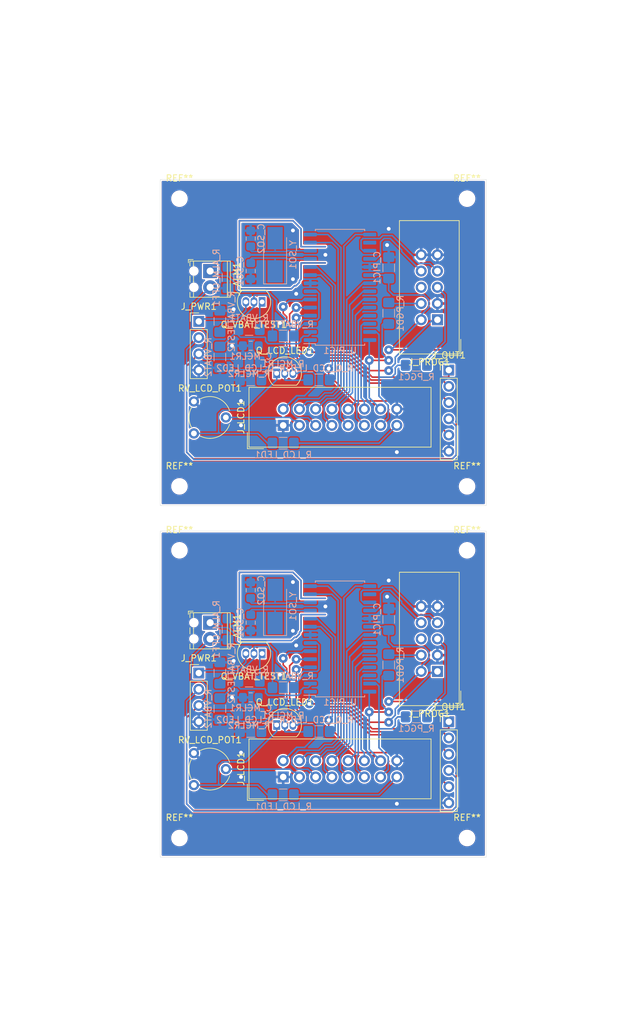
<source format=kicad_pcb>
(kicad_pcb (version 20171130) (host pcbnew 5.1.5-1.fc31)
  (layers (0 F.Cu signal) (31 B.Cu signal) (34 B.Paste user hide) (35 F.Paste user hide) (36 B.SilkS user hide) (37 F.SilkS user hide) (38 B.Mask user hide) (39 F.Mask user hide) (44 Edge.Cuts user))
  (net 0 "")
  (net 1 +9V)
  (net 2 "Net-(C_MCLR1-Pad2)")
  (net 3 GND)
  (net 4 +5V)
  (net 5 /SOSCO)
  (net 6 /SOSCI)
  (net 7 /ALARM_OFF)
  (net 8 /RX)
  (net 9 /TX)
  (net 10 /PGC)
  (net 11 /PGD)
  (net 12 /MCLR)
  (net 13 /LCD_LED_PWR)
  (net 14 /LCD7)
  (net 15 /LCD6)
  (net 16 /LCD5)
  (net 17 /LCD4)
  (net 18 /LCD3)
  (net 19 /LCD2)
  (net 20 /LCD1)
  (net 21 /LCD0)
  (net 22 /LCD_ENABLE)
  (net 23 /LCD_RW)
  (net 24 /LCD_RS)
  (net 25 /LCD_CONTRAST)
  (net 26 "Net-(J_PWR1-Pad1)")
  (net 27 /BUZZER)
  (net 28 "Net-(Q_LCD_LED1-Pad1)")
  (net 29 /LCD_LED_ON)
  (net 30 "Net-(Q_VBAT_TEST1-Pad1)")
  (net 31 /VBatTest)
  (net 32 /VBatDivided)
  (net 33 /BUT1)
  (net 34 /BUT2)
  (net 35 /BUT3)
  (net 36 "Net-(U_PIC1-Pad16)")
  (net 37 "Net-(Q_LCD_LED1-Pad2)")
  (net 38 "Net-(Q_VBAT_TEST1-Pad2)")
  (net 39 "Net-(J_PROG1-Pad6)")
  (module __smd-handsolder:Handsolder_1206_3216Metric (layer B.Cu) (at -11.104 31.544)
    (fp_text reference R_MCLR2 (at 0 1.82) (layer B.SilkS) (effects (justify mirror)))
    (fp_text value 10K)
    (pad 2 smd roundrect (at 1.67132 0) (size 1.524 1.75) (layers B.Cu B.Paste B.Mask) (roundrect_rratio 0.2) (net 2 "Net-(C_MCLR1-Pad2)"))
    (pad 1 smd roundrect (at -1.67132 0) (size 1.524 1.75) (layers B.Cu B.Paste B.Mask) (roundrect_rratio 0.2) (net 4 +5V))
  )
  (module __smd-handsolder:Handsolder_1206_3216Metric (layer B.Cu) (at -15.676 25.194 90)
    (fp_text reference R_VBATTEST2 (at 0 1.82 90) (layer B.SilkS) (effects (justify mirror)))
    (fp_text value 100K)
    (pad 2 smd roundrect (at 1.67132 0 90) (size 1.524 1.75) (layers B.Cu B.Paste B.Mask) (roundrect_rratio 0.2) (net 3 GND))
    (pad 1 smd roundrect (at -1.67132 0 90) (size 1.524 1.75) (layers B.Cu B.Paste B.Mask) (roundrect_rratio 0.2) (net 38 "Net-(Q_VBAT_TEST1-Pad2)"))
  )
  (module __smd-handsolder:Handsolder_0805_2012Metric (layer B.Cu) (at -10.85 17.32 270)
    (fp_text reference C_SO1 (at 0 1.65 270) (layer B.SilkS) (effects (justify mirror)))
    (fp_text value 18pF)
    (pad 2 smd roundrect (at 1.232256 0 270) (size 1.27 1.4) (layers B.Cu B.Paste B.Mask) (net 3 GND))
    (pad 1 smd roundrect (at -1.232256 0 90) (size 1.27 1.4) (layers B.Cu B.Paste B.Mask) (net 5 /SOSCO))
  )
  (module MountingHole:MountingHole_2.2mm_M2 (layer F.Cu) (at 23 6)
    (fp_text reference REF** (at 0 -3.2) (layer F.SilkS))
    (fp_text value MountingHole_2.2mm_M2)
    (pad 1 np_thru_hole circle (at 0 0) (size 2.2 2.2) (drill 2.2) (layers *.Cu *.Mask))
  )
  (module __smd-handsolder:Handsolder_0805_2012Metric (layer B.Cu) (at -10.85 29.004)
    (fp_text reference C_MCLR1 (at 0 1.65) (layer B.SilkS) (effects (justify mirror)))
    (fp_text value 10nF)
    (pad 2 smd roundrect (at 1.232256 0) (size 1.27 1.4) (layers B.Cu B.Paste B.Mask) (net 2 "Net-(C_MCLR1-Pad2)"))
    (pad 1 smd roundrect (at -1.232256 0 180) (size 1.27 1.4) (layers B.Cu B.Paste B.Mask) (net 3 GND))
  )
  (module MountingHole:MountingHole_2.2mm_M2 (layer F.Cu) (at 23 51)
    (fp_text reference REF** (at 0 -3.2) (layer F.SilkS))
    (fp_text value MountingHole_2.2mm_M2)
    (pad 1 np_thru_hole circle (at 0 0) (size 2.2 2.2) (drill 2.2) (layers *.Cu *.Mask))
  )
  (module Crystal:Crystal_SMD_5032-2Pin_5.0x3.2mm_HandSoldering (layer B.Cu) (at -7.04 14.78 90)
    (fp_text reference Y_SO1 (at 0 2.8 -90) (layer B.SilkS) (effects (justify mirror)))
    (fp_text value 32768)
    (pad 2 smd rect (at 2.6 0 90) (size 3.5 2.4) (layers B.Cu B.Paste B.Mask) (net 6 /SOSCI))
    (pad 1 smd rect (at -2.6 0 90) (size 3.5 2.4) (layers B.Cu B.Paste B.Mask) (net 5 /SOSCO))
  )
  (module __smd-handsolder:Handsolder_1206_3216Metric (layer B.Cu) (at -5.77 30.02)
    (fp_text reference R_MCLR1 (at 0 1.82) (layer B.SilkS) (effects (justify mirror)))
    (fp_text value 100)
    (pad 2 smd roundrect (at 1.67132 0) (size 1.524 1.75) (layers B.Cu B.Paste B.Mask) (roundrect_rratio 0.2) (net 12 /MCLR))
    (pad 1 smd roundrect (at -1.67132 0) (size 1.524 1.75) (layers B.Cu B.Paste B.Mask) (roundrect_rratio 0.2) (net 2 "Net-(C_MCLR1-Pad2)"))
  )
  (module __smd-handsolder:Handsolder_1206_3216Metric (layer B.Cu) (at 15.058 32.052)
    (fp_text reference R_PGC1 (at 0 1.82) (layer B.SilkS) (effects (justify mirror)))
    (fp_text value 56)
    (pad 2 smd roundrect (at 1.67132 0) (size 1.524 1.75) (layers B.Cu B.Paste B.Mask) (roundrect_rratio 0.2) (net 10 /PGC))
    (pad 1 smd roundrect (at -1.67132 0) (size 1.524 1.75) (layers B.Cu B.Paste B.Mask) (roundrect_rratio 0.2) (net 15 /LCD6))
  )
  (module Connector_PinHeader_2.54mm:PinHeader_1x06_P2.54mm_Vertical (layer F.Cu) (at 20.138 32.814)
    (fp_text reference J_OUT1 (at 0 -2.33) (layer F.SilkS))
    (fp_text value Conn_01x06)
    (pad 6 thru_hole oval (at 0 12.7) (size 1.7 1.7) (drill 1) (layers *.Cu *.Mask) (net 3 GND))
    (pad 5 thru_hole oval (at 0 10.16) (size 1.7 1.7) (drill 1) (layers *.Cu *.Mask) (net 27 /BUZZER))
    (pad 4 thru_hole oval (at 0 7.62) (size 1.7 1.7) (drill 1) (layers *.Cu *.Mask) (net 1 +9V))
    (pad 3 thru_hole oval (at 0 5.08) (size 1.7 1.7) (drill 1) (layers *.Cu *.Mask) (net 35 /BUT3))
    (pad 2 thru_hole oval (at 0 2.54) (size 1.7 1.7) (drill 1) (layers *.Cu *.Mask) (net 34 /BUT2))
    (pad 1 thru_hole rect (at 0 0) (size 1.7 1.7) (drill 1) (layers *.Cu *.Mask) (net 33 /BUT1))
  )
  (module __smd-handsolder:Handsolder_1206_3216Metric (layer B.Cu) (at -14.406 18.336 270)
    (fp_text reference R_ALM_OFF1 (at 0 1.82 270) (layer B.SilkS) (effects (justify mirror)))
    (fp_text value 1M)
    (pad 2 smd roundrect (at 1.67132 0 270) (size 1.524 1.75) (layers B.Cu B.Paste B.Mask) (roundrect_rratio 0.2) (net 3 GND))
    (pad 1 smd roundrect (at -1.67132 0 270) (size 1.524 1.75) (layers B.Cu B.Paste B.Mask) (roundrect_rratio 0.2) (net 7 /ALARM_OFF))
  )
  (module MountingHole:MountingHole_2.2mm_M2 (layer F.Cu) (at -22 6)
    (fp_text reference REF** (at 0 -3.2) (layer F.SilkS))
    (fp_text value MountingHole_2.2mm_M2)
    (pad 1 np_thru_hole circle (at 0 0) (size 2.2 2.2) (drill 2.2) (layers *.Cu *.Mask))
  )
  (module Package_TO_SOT_THT:TO-92_Inline (layer F.Cu) (at -6.786 33.322)
    (fp_text reference Q_LCD_LED1 (at 1.27 -3.56) (layer F.SilkS))
    (fp_text value 2N7000)
    (pad 1 thru_hole rect (at 0 0) (size 1.05 1.5) (drill 0.75) (layers *.Cu *.Mask) (net 28 "Net-(Q_LCD_LED1-Pad1)"))
    (pad 3 thru_hole oval (at 2.54 0) (size 1.05 1.5) (drill 0.75) (layers *.Cu *.Mask) (net 4 +5V))
    (pad 2 thru_hole oval (at 1.27 0) (size 1.05 1.5) (drill 0.75) (layers *.Cu *.Mask) (net 37 "Net-(Q_LCD_LED1-Pad2)"))
  )
  (module __smd-handsolder:Handsolder_1206_3216Metric (layer B.Cu) (at -5.77 44.244)
    (fp_text reference R_LCD_LED1 (at 0 1.82) (layer B.SilkS) (effects (justify mirror)))
    (fp_text value 100)
    (pad 2 smd roundrect (at 1.67132 0) (size 1.524 1.75) (layers B.Cu B.Paste B.Mask) (roundrect_rratio 0.2) (net 13 /LCD_LED_PWR))
    (pad 1 smd roundrect (at -1.67132 0) (size 1.524 1.75) (layers B.Cu B.Paste B.Mask) (roundrect_rratio 0.2) (net 28 "Net-(Q_LCD_LED1-Pad1)"))
  )
  (module __smd-handsolder:Handsolder_1206_3216Metric (layer B.Cu) (at -0.182 34.338 180)
    (fp_text reference R_Q_LCD_LED1 (at 0 1.82) (layer B.SilkS) (effects (justify mirror)))
    (fp_text value 56)
    (pad 2 smd roundrect (at 1.67132 0 180) (size 1.524 1.75) (layers B.Cu B.Paste B.Mask) (roundrect_rratio 0.2) (net 37 "Net-(Q_LCD_LED1-Pad2)"))
    (pad 1 smd roundrect (at -1.67132 0 180) (size 1.524 1.75) (layers B.Cu B.Paste B.Mask) (roundrect_rratio 0.2) (net 29 /LCD_LED_ON))
  )
  (module Connector_PinHeader_2.54mm:PinHeader_1x04_P2.54mm_Vertical (layer F.Cu) (at -18.978 25.194)
    (fp_text reference J_PWR1 (at 0 -2.33) (layer F.SilkS))
    (fp_text value Conn_01x04)
    (pad 4 thru_hole oval (at 0 7.62) (size 1.7 1.7) (drill 1) (layers *.Cu *.Mask) (net 3 GND))
    (pad 3 thru_hole oval (at 0 5.08) (size 1.7 1.7) (drill 1) (layers *.Cu *.Mask) (net 4 +5V))
    (pad 2 thru_hole oval (at 0 2.54) (size 1.7 1.7) (drill 1) (layers *.Cu *.Mask) (net 1 +9V))
    (pad 1 thru_hole rect (at 0 0) (size 1.7 1.7) (drill 1) (layers *.Cu *.Mask) (net 26 "Net-(J_PWR1-Pad1)"))
  )
  (module __smd-handsolder:Handsolder_1206_3216Metric (layer B.Cu) (at -11.104 26.464 180)
    (fp_text reference R_VBAT1 (at 0 1.82) (layer B.SilkS) (effects (justify mirror)))
    (fp_text value 15K)
    (pad 2 smd roundrect (at 1.67132 0 180) (size 1.524 1.75) (layers B.Cu B.Paste B.Mask) (roundrect_rratio 0.2) (net 32 /VBatDivided))
    (pad 1 smd roundrect (at -1.67132 0 180) (size 1.524 1.75) (layers B.Cu B.Paste B.Mask) (roundrect_rratio 0.2) (net 30 "Net-(Q_VBAT_TEST1-Pad1)"))
  )
  (module __smd-handsolder:Handsolder_1206_3216Metric (layer B.Cu) (at -10.85 34.338 180)
    (fp_text reference R_Q_LCD_LED2 (at 0 1.82 180) (layer B.SilkS) (effects (justify mirror)))
    (fp_text value 1M)
    (pad 2 smd roundrect (at 1.67132 0 180) (size 1.524 1.75) (layers B.Cu B.Paste B.Mask) (roundrect_rratio 0.2) (net 3 GND))
    (pad 1 smd roundrect (at -1.67132 0 180) (size 1.524 1.75) (layers B.Cu B.Paste B.Mask) (roundrect_rratio 0.2) (net 37 "Net-(Q_LCD_LED1-Pad2)"))
  )
  (module __smd-handsolder:Handsolder_1206_3216Metric (layer B.Cu) (at 10.74 23.924 90)
    (fp_text reference R_PGD1 (at 0 1.82 90) (layer B.SilkS) (effects (justify mirror)))
    (fp_text value 56)
    (pad 2 smd roundrect (at 1.67132 0 90) (size 1.524 1.75) (layers B.Cu B.Paste B.Mask) (roundrect_rratio 0.2) (net 11 /PGD))
    (pad 1 smd roundrect (at -1.67132 0 90) (size 1.524 1.75) (layers B.Cu B.Paste B.Mask) (roundrect_rratio 0.2) (net 14 /LCD7))
  )
  (module __smd-handsolder:Handsolder_1206_3216Metric (layer B.Cu) (at -5.77 27.48 180)
    (fp_text reference R_VBATTEST1 (at 0 1.82) (layer B.SilkS) (effects (justify mirror)))
    (fp_text value 56)
    (pad 2 smd roundrect (at 1.67132 0 180) (size 1.524 1.75) (layers B.Cu B.Paste B.Mask) (roundrect_rratio 0.2) (net 38 "Net-(Q_VBAT_TEST1-Pad2)"))
    (pad 1 smd roundrect (at -1.67132 0 180) (size 1.524 1.75) (layers B.Cu B.Paste B.Mask) (roundrect_rratio 0.2) (net 31 /VBatTest))
  )
  (module __smd-handsolder:Handsolder_1206_3216Metric (layer B.Cu) (at -15.676 30.782 270)
    (fp_text reference R_VBAT2 (at 0 1.82 90) (layer B.SilkS) (effects (justify mirror)))
    (fp_text value 10K)
    (pad 2 smd roundrect (at 1.67132 0 270) (size 1.524 1.75) (layers B.Cu B.Paste B.Mask) (roundrect_rratio 0.2) (net 3 GND))
    (pad 1 smd roundrect (at -1.67132 0 270) (size 1.524 1.75) (layers B.Cu B.Paste B.Mask) (roundrect_rratio 0.2) (net 32 /VBatDivided))
  )
  (module MountingHole:MountingHole_2.2mm_M2 (layer F.Cu) (at -22 51)
    (fp_text reference REF** (at 0 -3.2) (layer F.SilkS))
    (fp_text value MountingHole_2.2mm_M2)
    (pad 1 np_thru_hole circle (at 0 0) (size 2.2 2.2) (drill 2.2) (layers *.Cu *.Mask))
  )
  (module Potentiometer_THT:Potentiometer_Piher_PT-6-V_Vertical (layer F.Cu) (at -19.74 42.72)
    (fp_text reference RV_LCD_POT1 (at 2.5 -7.06) (layer F.SilkS))
    (fp_text value 10K)
    (pad 1 thru_hole circle (at 0 0) (size 1.62 1.62) (drill 0.9) (layers *.Cu *.Mask) (net 28 "Net-(Q_LCD_LED1-Pad1)"))
    (pad 2 thru_hole circle (at 5 -2.5) (size 1.62 1.62) (drill 0.9) (layers *.Cu *.Mask) (net 25 /LCD_CONTRAST))
    (pad 3 thru_hole circle (at 0 -5) (size 1.62 1.62) (drill 0.9) (layers *.Cu *.Mask) (net 3 GND))
  )
  (module TerminalBlock_Phoenix:TerminalBlock_Phoenix_MPT-0,5-2-2.54_1x02_P2.54mm_Horizontal (layer F.Cu) (at -17.2 17.32 270)
    (fp_text reference J_ALM1 (at 1.27 -4.16 90) (layer F.SilkS))
    (fp_text value Conn_01x02)
    (pad "" np_thru_hole circle (at 2.54 2.54 270) (size 1.1 1.1) (drill 1.1) (layers *.Cu *.Mask))
    (pad 2 thru_hole circle (at 2.54 0 270) (size 2.2 2.2) (drill 1.1) (layers *.Cu *.Mask) (net 4 +5V))
    (pad "" np_thru_hole circle (at 0 2.54 270) (size 1.1 1.1) (drill 1.1) (layers *.Cu *.Mask))
    (pad 1 thru_hole rect (at 0 0 270) (size 2.2 2.2) (drill 1.1) (layers *.Cu *.Mask) (net 7 /ALARM_OFF))
  )
  (module Connector_IDC:IDC-Header_2x08_P2.54mm_Vertical (layer F.Cu) (at -5.77 41.45 90)
    (fp_text reference J_LCD1 (at 1.27 -6.604 90) (layer F.SilkS))
    (fp_text value Conn_02x08_Odd_Even)
    (pad 16 thru_hole oval (at 2.54 17.78 90) (size 1.7272 1.7272) (drill 1.016) (layers *.Cu *.Mask) (net 3 GND))
    (pad 15 thru_hole oval (at 0 17.78 90) (size 1.7272 1.7272) (drill 1.016) (layers *.Cu *.Mask) (net 13 /LCD_LED_PWR))
    (pad 14 thru_hole oval (at 2.54 15.24 90) (size 1.7272 1.7272) (drill 1.016) (layers *.Cu *.Mask) (net 14 /LCD7))
    (pad 13 thru_hole oval (at 0 15.24 90) (size 1.7272 1.7272) (drill 1.016) (layers *.Cu *.Mask) (net 15 /LCD6))
    (pad 12 thru_hole oval (at 2.54 12.7 90) (size 1.7272 1.7272) (drill 1.016) (layers *.Cu *.Mask) (net 16 /LCD5))
    (pad 11 thru_hole oval (at 0 12.7 90) (size 1.7272 1.7272) (drill 1.016) (layers *.Cu *.Mask) (net 17 /LCD4))
    (pad 10 thru_hole oval (at 2.54 10.16 90) (size 1.7272 1.7272) (drill 1.016) (layers *.Cu *.Mask) (net 18 /LCD3))
    (pad 9 thru_hole oval (at 0 10.16 90) (size 1.7272 1.7272) (drill 1.016) (layers *.Cu *.Mask) (net 19 /LCD2))
    (pad 8 thru_hole oval (at 2.54 7.62 90) (size 1.7272 1.7272) (drill 1.016) (layers *.Cu *.Mask) (net 20 /LCD1))
    (pad 7 thru_hole oval (at 0 7.62 90) (size 1.7272 1.7272) (drill 1.016) (layers *.Cu *.Mask) (net 21 /LCD0))
    (pad 6 thru_hole oval (at 2.54 5.08 90) (size 1.7272 1.7272) (drill 1.016) (layers *.Cu *.Mask) (net 22 /LCD_ENABLE))
    (pad 5 thru_hole oval (at 0 5.08 90) (size 1.7272 1.7272) (drill 1.016) (layers *.Cu *.Mask) (net 23 /LCD_RW))
    (pad 4 thru_hole oval (at 2.54 2.54 90) (size 1.7272 1.7272) (drill 1.016) (layers *.Cu *.Mask) (net 24 /LCD_RS))
    (pad 3 thru_hole oval (at 0 2.54 90) (size 1.7272 1.7272) (drill 1.016) (layers *.Cu *.Mask) (net 25 /LCD_CONTRAST))
    (pad 2 thru_hole oval (at 2.54 0 90) (size 1.7272 1.7272) (drill 1.016) (layers *.Cu *.Mask) (net 4 +5V))
    (pad 1 thru_hole rect (at 0 0 90) (size 1.7272 1.7272) (drill 1.016) (layers *.Cu *.Mask) (net 3 GND))
  )
  (module Package_SO:SOIC-28W_7.5x17.9mm_P1.27mm (layer B.Cu) (at 3.12 19.86)
    (fp_text reference U_PIC1 (at 0 9.9) (layer B.SilkS) (effects (justify mirror)))
    (fp_text value PIC16F73-ISO)
    (pad 28 smd roundrect (at 4.65 8.255) (size 2.05 0.6) (layers B.Cu B.Paste B.Mask) (net 14 /LCD7))
    (pad 27 smd roundrect (at 4.65 6.985) (size 2.05 0.6) (layers B.Cu B.Paste B.Mask) (net 15 /LCD6))
    (pad 26 smd roundrect (at 4.65 5.715) (size 2.05 0.6) (layers B.Cu B.Paste B.Mask) (net 16 /LCD5))
    (pad 25 smd roundrect (at 4.65 4.445) (size 2.05 0.6) (layers B.Cu B.Paste B.Mask) (net 17 /LCD4))
    (pad 24 smd roundrect (at 4.65 3.175) (size 2.05 0.6) (layers B.Cu B.Paste B.Mask) (net 18 /LCD3))
    (pad 23 smd roundrect (at 4.65 1.905) (size 2.05 0.6) (layers B.Cu B.Paste B.Mask) (net 19 /LCD2))
    (pad 22 smd roundrect (at 4.65 0.635) (size 2.05 0.6) (layers B.Cu B.Paste B.Mask) (net 20 /LCD1))
    (pad 21 smd roundrect (at 4.65 -0.635) (size 2.05 0.6) (layers B.Cu B.Paste B.Mask) (net 21 /LCD0))
    (pad 20 smd roundrect (at 4.65 -1.905) (size 2.05 0.6) (layers B.Cu B.Paste B.Mask) (net 4 +5V))
    (pad 19 smd roundrect (at 4.65 -3.175) (size 2.05 0.6) (layers B.Cu B.Paste B.Mask) (net 3 GND))
    (pad 18 smd roundrect (at 4.65 -4.445) (size 2.05 0.6) (layers B.Cu B.Paste B.Mask) (net 8 /RX))
    (pad 17 smd roundrect (at 4.65 -5.715) (size 2.05 0.6) (layers B.Cu B.Paste B.Mask) (net 9 /TX))
    (pad 16 smd roundrect (at 4.65 -6.985) (size 2.05 0.6) (layers B.Cu B.Paste B.Mask) (net 36 "Net-(U_PIC1-Pad16)"))
    (pad 15 smd roundrect (at 4.65 -8.255) (size 2.05 0.6) (layers B.Cu B.Paste B.Mask) (net 22 /LCD_ENABLE))
    (pad 14 smd roundrect (at -4.65 -8.255) (size 2.05 0.6) (layers B.Cu B.Paste B.Mask) (net 24 /LCD_RS))
    (pad 13 smd roundrect (at -4.65 -6.985) (size 2.05 0.6) (layers B.Cu B.Paste B.Mask) (net 23 /LCD_RW))
    (pad 12 smd roundrect (at -4.65 -5.715) (size 2.05 0.6) (layers B.Cu B.Paste B.Mask) (net 6 /SOSCI))
    (pad 11 smd roundrect (at -4.65 -4.445) (size 2.05 0.6) (layers B.Cu B.Paste B.Mask) (net 5 /SOSCO))
    (pad 10 smd roundrect (at -4.65 -3.175) (size 2.05 0.6) (layers B.Cu B.Paste B.Mask) (net 29 /LCD_LED_ON))
    (pad 9 smd roundrect (at -4.65 -1.905) (size 2.05 0.6) (layers B.Cu B.Paste B.Mask) (net 27 /BUZZER))
    (pad 8 smd roundrect (at -4.65 -0.635) (size 2.05 0.6) (layers B.Cu B.Paste B.Mask) (net 3 GND))
    (pad 7 smd roundrect (at -4.65 0.635) (size 2.05 0.6) (layers B.Cu B.Paste B.Mask) (net 7 /ALARM_OFF))
    (pad 6 smd roundrect (at -4.65 1.905) (size 2.05 0.6) (layers B.Cu B.Paste B.Mask) (net 35 /BUT3))
    (pad 5 smd roundrect (at -4.65 3.175) (size 2.05 0.6) (layers B.Cu B.Paste B.Mask) (net 34 /BUT2))
    (pad 4 smd roundrect (at -4.65 4.445) (size 2.05 0.6) (layers B.Cu B.Paste B.Mask) (net 33 /BUT1))
    (pad 3 smd roundrect (at -4.65 5.715) (size 2.05 0.6) (layers B.Cu B.Paste B.Mask) (net 31 /VBatTest))
    (pad 2 smd roundrect (at -4.65 6.985) (size 2.05 0.6) (layers B.Cu B.Paste B.Mask) (net 32 /VBatDivided))
    (pad 1 smd roundrect (at -4.65 8.255) (size 2.05 0.6) (layers B.Cu B.Paste B.Mask) (net 12 /MCLR))
  )
  (module __smd-handsolder:Handsolder_1206_3216Metric (layer B.Cu) (at 10.74 16.812 270)
    (fp_text reference C_PIC1 (at 0 1.82 90) (layer B.SilkS) (effects (justify mirror)))
    (fp_text value 100nF)
    (pad 2 smd roundrect (at 1.67132 0 270) (size 1.524 1.75) (layers B.Cu B.Paste B.Mask) (roundrect_rratio 0.2) (net 4 +5V))
    (pad 1 smd roundrect (at -1.67132 0 270) (size 1.524 1.75) (layers B.Cu B.Paste B.Mask) (roundrect_rratio 0.2) (net 3 GND))
  )
  (module __smd-handsolder:Handsolder_0805_2012Metric (layer B.Cu) (at -10.85 12.24 90)
    (fp_text reference C_SO2 (at 0 1.65 -90) (layer B.SilkS) (effects (justify mirror)))
    (fp_text value 18pF)
    (pad 2 smd roundrect (at 1.232256 0 90) (size 1.27 1.4) (layers B.Cu B.Paste B.Mask) (net 3 GND))
    (pad 1 smd roundrect (at -1.232256 0 270) (size 1.27 1.4) (layers B.Cu B.Paste B.Mask) (net 6 /SOSCI))
  )
  (module Connector_IDC:IDC-Header_2x05_P2.54mm_Vertical (layer F.Cu) (at 18.36 24.94 180)
    (fp_text reference J_PROG1 (at 1.27 -6.604) (layer F.SilkS))
    (fp_text value Conn_02x05_Odd_Even)
    (pad 10 thru_hole oval (at 2.54 10.16 180) (size 1.7272 1.7272) (drill 1.016) (layers *.Cu *.Mask) (net 3 GND))
    (pad 9 thru_hole oval (at 0 10.16 180) (size 1.7272 1.7272) (drill 1.016) (layers *.Cu *.Mask) (net 3 GND))
    (pad 8 thru_hole oval (at 2.54 7.62 180) (size 1.7272 1.7272) (drill 1.016) (layers *.Cu *.Mask) (net 8 /RX))
    (pad 7 thru_hole oval (at 0 7.62 180) (size 1.7272 1.7272) (drill 1.016) (layers *.Cu *.Mask) (net 9 /TX))
    (pad 6 thru_hole oval (at 2.54 5.08 180) (size 1.7272 1.7272) (drill 1.016) (layers *.Cu *.Mask) (net 39 "Net-(J_PROG1-Pad6)"))
    (pad 5 thru_hole oval (at 0 5.08 180) (size 1.7272 1.7272) (drill 1.016) (layers *.Cu *.Mask) (net 10 /PGC))
    (pad 4 thru_hole oval (at 2.54 2.54 180) (size 1.7272 1.7272) (drill 1.016) (layers *.Cu *.Mask) (net 11 /PGD))
    (pad 3 thru_hole oval (at 0 2.54 180) (size 1.7272 1.7272) (drill 1.016) (layers *.Cu *.Mask) (net 3 GND))
    (pad 2 thru_hole oval (at 2.54 0 180) (size 1.7272 1.7272) (drill 1.016) (layers *.Cu *.Mask) (net 4 +5V))
    (pad 1 thru_hole rect (at 0 0 180) (size 1.7272 1.7272) (drill 1.016) (layers *.Cu *.Mask) (net 12 /MCLR))
  )
  (module Package_TO_SOT_THT:TO-92_Inline (layer F.Cu) (at -9.072 22.146 180)
    (fp_text reference Q_VBAT_TEST1 (at 1.27 -3.56) (layer F.SilkS))
    (fp_text value 2N7000)
    (pad 1 thru_hole rect (at 0 0 180) (size 1.05 1.5) (drill 0.75) (layers *.Cu *.Mask) (net 30 "Net-(Q_VBAT_TEST1-Pad1)"))
    (pad 3 thru_hole oval (at 2.54 0 180) (size 1.05 1.5) (drill 0.75) (layers *.Cu *.Mask) (net 26 "Net-(J_PWR1-Pad1)"))
    (pad 2 thru_hole oval (at 1.27 0 180) (size 1.05 1.5) (drill 0.75) (layers *.Cu *.Mask) (net 38 "Net-(Q_VBAT_TEST1-Pad2)"))
  )
  (module Package_TO_SOT_THT:TO-92_Inline (layer F.Cu) (at -9.072 -32.854 180)
    (fp_text reference Q_VBAT_TEST1 (at 1.27 -3.56) (layer F.SilkS))
    (fp_text value 2N7000)
    (pad 2 thru_hole oval (at 1.27 0 180) (size 1.05 1.5) (drill 0.75) (layers *.Cu *.Mask) (net 38 "Net-(Q_VBAT_TEST1-Pad2)"))
    (pad 3 thru_hole oval (at 2.54 0 180) (size 1.05 1.5) (drill 0.75) (layers *.Cu *.Mask) (net 26 "Net-(J_PWR1-Pad1)"))
    (pad 1 thru_hole rect (at 0 0 180) (size 1.05 1.5) (drill 0.75) (layers *.Cu *.Mask) (net 30 "Net-(Q_VBAT_TEST1-Pad1)"))
  )
  (module Connector_IDC:IDC-Header_2x05_P2.54mm_Vertical (layer F.Cu) (at 18.36 -30.06 180)
    (fp_text reference J_PROG1 (at 1.27 -6.604) (layer F.SilkS))
    (fp_text value Conn_02x05_Odd_Even)
    (pad 1 thru_hole rect (at 0 0 180) (size 1.7272 1.7272) (drill 1.016) (layers *.Cu *.Mask) (net 12 /MCLR))
    (pad 2 thru_hole oval (at 2.54 0 180) (size 1.7272 1.7272) (drill 1.016) (layers *.Cu *.Mask) (net 4 +5V))
    (pad 3 thru_hole oval (at 0 2.54 180) (size 1.7272 1.7272) (drill 1.016) (layers *.Cu *.Mask) (net 3 GND))
    (pad 4 thru_hole oval (at 2.54 2.54 180) (size 1.7272 1.7272) (drill 1.016) (layers *.Cu *.Mask) (net 11 /PGD))
    (pad 5 thru_hole oval (at 0 5.08 180) (size 1.7272 1.7272) (drill 1.016) (layers *.Cu *.Mask) (net 10 /PGC))
    (pad 6 thru_hole oval (at 2.54 5.08 180) (size 1.7272 1.7272) (drill 1.016) (layers *.Cu *.Mask) (net 39 "Net-(J_PROG1-Pad6)"))
    (pad 7 thru_hole oval (at 0 7.62 180) (size 1.7272 1.7272) (drill 1.016) (layers *.Cu *.Mask) (net 9 /TX))
    (pad 8 thru_hole oval (at 2.54 7.62 180) (size 1.7272 1.7272) (drill 1.016) (layers *.Cu *.Mask) (net 8 /RX))
    (pad 9 thru_hole oval (at 0 10.16 180) (size 1.7272 1.7272) (drill 1.016) (layers *.Cu *.Mask) (net 3 GND))
    (pad 10 thru_hole oval (at 2.54 10.16 180) (size 1.7272 1.7272) (drill 1.016) (layers *.Cu *.Mask) (net 3 GND))
  )
  (module __smd-handsolder:Handsolder_0805_2012Metric (layer B.Cu) (at -10.85 -42.76 90)
    (fp_text reference C_SO2 (at 0 1.65 -90) (layer B.SilkS) (effects (justify mirror)))
    (fp_text value 18pF)
    (pad 1 smd roundrect (at -1.232256 0 270) (size 1.27 1.4) (layers B.Cu B.Paste B.Mask) (net 6 /SOSCI))
    (pad 2 smd roundrect (at 1.232256 0 90) (size 1.27 1.4) (layers B.Cu B.Paste B.Mask) (net 3 GND))
  )
  (module __smd-handsolder:Handsolder_1206_3216Metric (layer B.Cu) (at 10.74 -38.188 270)
    (fp_text reference C_PIC1 (at 0 1.82 90) (layer B.SilkS) (effects (justify mirror)))
    (fp_text value 100nF)
    (pad 1 smd roundrect (at -1.67132 0 270) (size 1.524 1.75) (layers B.Cu B.Paste B.Mask) (roundrect_rratio 0.2) (net 3 GND))
    (pad 2 smd roundrect (at 1.67132 0 270) (size 1.524 1.75) (layers B.Cu B.Paste B.Mask) (roundrect_rratio 0.2) (net 4 +5V))
  )
  (module Package_SO:SOIC-28W_7.5x17.9mm_P1.27mm (layer B.Cu) (at 3.12 -35.14)
    (fp_text reference U_PIC1 (at 0 9.9) (layer B.SilkS) (effects (justify mirror)))
    (fp_text value PIC16F73-ISO)
    (pad 1 smd roundrect (at -4.65 8.255) (size 2.05 0.6) (layers B.Cu B.Paste B.Mask) (net 12 /MCLR))
    (pad 2 smd roundrect (at -4.65 6.985) (size 2.05 0.6) (layers B.Cu B.Paste B.Mask) (net 32 /VBatDivided))
    (pad 3 smd roundrect (at -4.65 5.715) (size 2.05 0.6) (layers B.Cu B.Paste B.Mask) (net 31 /VBatTest))
    (pad 4 smd roundrect (at -4.65 4.445) (size 2.05 0.6) (layers B.Cu B.Paste B.Mask) (net 33 /BUT1))
    (pad 5 smd roundrect (at -4.65 3.175) (size 2.05 0.6) (layers B.Cu B.Paste B.Mask) (net 34 /BUT2))
    (pad 6 smd roundrect (at -4.65 1.905) (size 2.05 0.6) (layers B.Cu B.Paste B.Mask) (net 35 /BUT3))
    (pad 7 smd roundrect (at -4.65 0.635) (size 2.05 0.6) (layers B.Cu B.Paste B.Mask) (net 7 /ALARM_OFF))
    (pad 8 smd roundrect (at -4.65 -0.635) (size 2.05 0.6) (layers B.Cu B.Paste B.Mask) (net 3 GND))
    (pad 9 smd roundrect (at -4.65 -1.905) (size 2.05 0.6) (layers B.Cu B.Paste B.Mask) (net 27 /BUZZER))
    (pad 10 smd roundrect (at -4.65 -3.175) (size 2.05 0.6) (layers B.Cu B.Paste B.Mask) (net 29 /LCD_LED_ON))
    (pad 11 smd roundrect (at -4.65 -4.445) (size 2.05 0.6) (layers B.Cu B.Paste B.Mask) (net 5 /SOSCO))
    (pad 12 smd roundrect (at -4.65 -5.715) (size 2.05 0.6) (layers B.Cu B.Paste B.Mask) (net 6 /SOSCI))
    (pad 13 smd roundrect (at -4.65 -6.985) (size 2.05 0.6) (layers B.Cu B.Paste B.Mask) (net 23 /LCD_RW))
    (pad 14 smd roundrect (at -4.65 -8.255) (size 2.05 0.6) (layers B.Cu B.Paste B.Mask) (net 24 /LCD_RS))
    (pad 15 smd roundrect (at 4.65 -8.255) (size 2.05 0.6) (layers B.Cu B.Paste B.Mask) (net 22 /LCD_ENABLE))
    (pad 16 smd roundrect (at 4.65 -6.985) (size 2.05 0.6) (layers B.Cu B.Paste B.Mask) (net 36 "Net-(U_PIC1-Pad16)"))
    (pad 17 smd roundrect (at 4.65 -5.715) (size 2.05 0.6) (layers B.Cu B.Paste B.Mask) (net 9 /TX))
    (pad 18 smd roundrect (at 4.65 -4.445) (size 2.05 0.6) (layers B.Cu B.Paste B.Mask) (net 8 /RX))
    (pad 19 smd roundrect (at 4.65 -3.175) (size 2.05 0.6) (layers B.Cu B.Paste B.Mask) (net 3 GND))
    (pad 20 smd roundrect (at 4.65 -1.905) (size 2.05 0.6) (layers B.Cu B.Paste B.Mask) (net 4 +5V))
    (pad 21 smd roundrect (at 4.65 -0.635) (size 2.05 0.6) (layers B.Cu B.Paste B.Mask) (net 21 /LCD0))
    (pad 22 smd roundrect (at 4.65 0.635) (size 2.05 0.6) (layers B.Cu B.Paste B.Mask) (net 20 /LCD1))
    (pad 23 smd roundrect (at 4.65 1.905) (size 2.05 0.6) (layers B.Cu B.Paste B.Mask) (net 19 /LCD2))
    (pad 24 smd roundrect (at 4.65 3.175) (size 2.05 0.6) (layers B.Cu B.Paste B.Mask) (net 18 /LCD3))
    (pad 25 smd roundrect (at 4.65 4.445) (size 2.05 0.6) (layers B.Cu B.Paste B.Mask) (net 17 /LCD4))
    (pad 26 smd roundrect (at 4.65 5.715) (size 2.05 0.6) (layers B.Cu B.Paste B.Mask) (net 16 /LCD5))
    (pad 27 smd roundrect (at 4.65 6.985) (size 2.05 0.6) (layers B.Cu B.Paste B.Mask) (net 15 /LCD6))
    (pad 28 smd roundrect (at 4.65 8.255) (size 2.05 0.6) (layers B.Cu B.Paste B.Mask) (net 14 /LCD7))
  )
  (module Connector_IDC:IDC-Header_2x08_P2.54mm_Vertical (layer F.Cu) (at -5.77 -13.55 90)
    (fp_text reference J_LCD1 (at 1.27 -6.604 90) (layer F.SilkS))
    (fp_text value Conn_02x08_Odd_Even)
    (pad 1 thru_hole rect (at 0 0 90) (size 1.7272 1.7272) (drill 1.016) (layers *.Cu *.Mask) (net 3 GND))
    (pad 2 thru_hole oval (at 2.54 0 90) (size 1.7272 1.7272) (drill 1.016) (layers *.Cu *.Mask) (net 4 +5V))
    (pad 3 thru_hole oval (at 0 2.54 90) (size 1.7272 1.7272) (drill 1.016) (layers *.Cu *.Mask) (net 25 /LCD_CONTRAST))
    (pad 4 thru_hole oval (at 2.54 2.54 90) (size 1.7272 1.7272) (drill 1.016) (layers *.Cu *.Mask) (net 24 /LCD_RS))
    (pad 5 thru_hole oval (at 0 5.08 90) (size 1.7272 1.7272) (drill 1.016) (layers *.Cu *.Mask) (net 23 /LCD_RW))
    (pad 6 thru_hole oval (at 2.54 5.08 90) (size 1.7272 1.7272) (drill 1.016) (layers *.Cu *.Mask) (net 22 /LCD_ENABLE))
    (pad 7 thru_hole oval (at 0 7.62 90) (size 1.7272 1.7272) (drill 1.016) (layers *.Cu *.Mask) (net 21 /LCD0))
    (pad 8 thru_hole oval (at 2.54 7.62 90) (size 1.7272 1.7272) (drill 1.016) (layers *.Cu *.Mask) (net 20 /LCD1))
    (pad 9 thru_hole oval (at 0 10.16 90) (size 1.7272 1.7272) (drill 1.016) (layers *.Cu *.Mask) (net 19 /LCD2))
    (pad 10 thru_hole oval (at 2.54 10.16 90) (size 1.7272 1.7272) (drill 1.016) (layers *.Cu *.Mask) (net 18 /LCD3))
    (pad 11 thru_hole oval (at 0 12.7 90) (size 1.7272 1.7272) (drill 1.016) (layers *.Cu *.Mask) (net 17 /LCD4))
    (pad 12 thru_hole oval (at 2.54 12.7 90) (size 1.7272 1.7272) (drill 1.016) (layers *.Cu *.Mask) (net 16 /LCD5))
    (pad 13 thru_hole oval (at 0 15.24 90) (size 1.7272 1.7272) (drill 1.016) (layers *.Cu *.Mask) (net 15 /LCD6))
    (pad 14 thru_hole oval (at 2.54 15.24 90) (size 1.7272 1.7272) (drill 1.016) (layers *.Cu *.Mask) (net 14 /LCD7))
    (pad 15 thru_hole oval (at 0 17.78 90) (size 1.7272 1.7272) (drill 1.016) (layers *.Cu *.Mask) (net 13 /LCD_LED_PWR))
    (pad 16 thru_hole oval (at 2.54 17.78 90) (size 1.7272 1.7272) (drill 1.016) (layers *.Cu *.Mask) (net 3 GND))
  )
  (module TerminalBlock_Phoenix:TerminalBlock_Phoenix_MPT-0,5-2-2.54_1x02_P2.54mm_Horizontal (layer F.Cu) (at -17.2 -37.68 270)
    (fp_text reference J_ALM1 (at 1.27 -4.16 90) (layer F.SilkS))
    (fp_text value Conn_01x02)
    (pad 1 thru_hole rect (at 0 0 270) (size 2.2 2.2) (drill 1.1) (layers *.Cu *.Mask) (net 7 /ALARM_OFF))
    (pad "" np_thru_hole circle (at 0 2.54 270) (size 1.1 1.1) (drill 1.1) (layers *.Cu *.Mask))
    (pad 2 thru_hole circle (at 2.54 0 270) (size 2.2 2.2) (drill 1.1) (layers *.Cu *.Mask) (net 4 +5V))
    (pad "" np_thru_hole circle (at 2.54 2.54 270) (size 1.1 1.1) (drill 1.1) (layers *.Cu *.Mask))
  )
  (module Potentiometer_THT:Potentiometer_Piher_PT-6-V_Vertical (layer F.Cu) (at -19.74 -12.28)
    (fp_text reference RV_LCD_POT1 (at 2.5 -7.06) (layer F.SilkS))
    (fp_text value 10K)
    (pad 3 thru_hole circle (at 0 -5) (size 1.62 1.62) (drill 0.9) (layers *.Cu *.Mask) (net 3 GND))
    (pad 2 thru_hole circle (at 5 -2.5) (size 1.62 1.62) (drill 0.9) (layers *.Cu *.Mask) (net 25 /LCD_CONTRAST))
    (pad 1 thru_hole circle (at 0 0) (size 1.62 1.62) (drill 0.9) (layers *.Cu *.Mask) (net 28 "Net-(Q_LCD_LED1-Pad1)"))
  )
  (module MountingHole:MountingHole_2.2mm_M2 (layer F.Cu) (at -22 -4)
    (fp_text reference REF** (at 0 -3.2) (layer F.SilkS))
    (fp_text value MountingHole_2.2mm_M2)
    (pad 1 np_thru_hole circle (at 0 0) (size 2.2 2.2) (drill 2.2) (layers *.Cu *.Mask))
  )
  (module __smd-handsolder:Handsolder_1206_3216Metric (layer B.Cu) (at -15.676 -24.218 270)
    (fp_text reference R_VBAT2 (at 0 1.82 90) (layer B.SilkS) (effects (justify mirror)))
    (fp_text value 10K)
    (pad 1 smd roundrect (at -1.67132 0 270) (size 1.524 1.75) (layers B.Cu B.Paste B.Mask) (roundrect_rratio 0.2) (net 32 /VBatDivided))
    (pad 2 smd roundrect (at 1.67132 0 270) (size 1.524 1.75) (layers B.Cu B.Paste B.Mask) (roundrect_rratio 0.2) (net 3 GND))
  )
  (module __smd-handsolder:Handsolder_1206_3216Metric (layer B.Cu) (at -5.77 -27.52 180)
    (fp_text reference R_VBATTEST1 (at 0 1.82) (layer B.SilkS) (effects (justify mirror)))
    (fp_text value 56)
    (pad 1 smd roundrect (at -1.67132 0 180) (size 1.524 1.75) (layers B.Cu B.Paste B.Mask) (roundrect_rratio 0.2) (net 31 /VBatTest))
    (pad 2 smd roundrect (at 1.67132 0 180) (size 1.524 1.75) (layers B.Cu B.Paste B.Mask) (roundrect_rratio 0.2) (net 38 "Net-(Q_VBAT_TEST1-Pad2)"))
  )
  (module __smd-handsolder:Handsolder_1206_3216Metric (layer B.Cu) (at 10.74 -31.076 90)
    (fp_text reference R_PGD1 (at 0 1.82 90) (layer B.SilkS) (effects (justify mirror)))
    (fp_text value 56)
    (pad 1 smd roundrect (at -1.67132 0 90) (size 1.524 1.75) (layers B.Cu B.Paste B.Mask) (roundrect_rratio 0.2) (net 14 /LCD7))
    (pad 2 smd roundrect (at 1.67132 0 90) (size 1.524 1.75) (layers B.Cu B.Paste B.Mask) (roundrect_rratio 0.2) (net 11 /PGD))
  )
  (module __smd-handsolder:Handsolder_1206_3216Metric (layer B.Cu) (at -10.85 -20.662 180)
    (fp_text reference R_Q_LCD_LED2 (at 0 1.82 180) (layer B.SilkS) (effects (justify mirror)))
    (fp_text value 1M)
    (pad 1 smd roundrect (at -1.67132 0 180) (size 1.524 1.75) (layers B.Cu B.Paste B.Mask) (roundrect_rratio 0.2) (net 37 "Net-(Q_LCD_LED1-Pad2)"))
    (pad 2 smd roundrect (at 1.67132 0 180) (size 1.524 1.75) (layers B.Cu B.Paste B.Mask) (roundrect_rratio 0.2) (net 3 GND))
  )
  (module __smd-handsolder:Handsolder_1206_3216Metric (layer B.Cu) (at -11.104 -28.536 180)
    (fp_text reference R_VBAT1 (at 0 1.82) (layer B.SilkS) (effects (justify mirror)))
    (fp_text value 15K)
    (pad 1 smd roundrect (at -1.67132 0 180) (size 1.524 1.75) (layers B.Cu B.Paste B.Mask) (roundrect_rratio 0.2) (net 30 "Net-(Q_VBAT_TEST1-Pad1)"))
    (pad 2 smd roundrect (at 1.67132 0 180) (size 1.524 1.75) (layers B.Cu B.Paste B.Mask) (roundrect_rratio 0.2) (net 32 /VBatDivided))
  )
  (module Connector_PinHeader_2.54mm:PinHeader_1x04_P2.54mm_Vertical (layer F.Cu) (at -18.978 -29.806)
    (fp_text reference J_PWR1 (at 0 -2.33) (layer F.SilkS))
    (fp_text value Conn_01x04)
    (pad 1 thru_hole rect (at 0 0) (size 1.7 1.7) (drill 1) (layers *.Cu *.Mask) (net 26 "Net-(J_PWR1-Pad1)"))
    (pad 2 thru_hole oval (at 0 2.54) (size 1.7 1.7) (drill 1) (layers *.Cu *.Mask) (net 1 +9V))
    (pad 3 thru_hole oval (at 0 5.08) (size 1.7 1.7) (drill 1) (layers *.Cu *.Mask) (net 4 +5V))
    (pad 4 thru_hole oval (at 0 7.62) (size 1.7 1.7) (drill 1) (layers *.Cu *.Mask) (net 3 GND))
  )
  (module __smd-handsolder:Handsolder_1206_3216Metric (layer B.Cu) (at -0.182 -20.662 180)
    (fp_text reference R_Q_LCD_LED1 (at 0 1.82) (layer B.SilkS) (effects (justify mirror)))
    (fp_text value 56)
    (pad 1 smd roundrect (at -1.67132 0 180) (size 1.524 1.75) (layers B.Cu B.Paste B.Mask) (roundrect_rratio 0.2) (net 29 /LCD_LED_ON))
    (pad 2 smd roundrect (at 1.67132 0 180) (size 1.524 1.75) (layers B.Cu B.Paste B.Mask) (roundrect_rratio 0.2) (net 37 "Net-(Q_LCD_LED1-Pad2)"))
  )
  (module __smd-handsolder:Handsolder_1206_3216Metric (layer B.Cu) (at -5.77 -10.756)
    (fp_text reference R_LCD_LED1 (at 0 1.82) (layer B.SilkS) (effects (justify mirror)))
    (fp_text value 100)
    (pad 1 smd roundrect (at -1.67132 0) (size 1.524 1.75) (layers B.Cu B.Paste B.Mask) (roundrect_rratio 0.2) (net 28 "Net-(Q_LCD_LED1-Pad1)"))
    (pad 2 smd roundrect (at 1.67132 0) (size 1.524 1.75) (layers B.Cu B.Paste B.Mask) (roundrect_rratio 0.2) (net 13 /LCD_LED_PWR))
  )
  (module Package_TO_SOT_THT:TO-92_Inline (layer F.Cu) (at -6.786 -21.678)
    (fp_text reference Q_LCD_LED1 (at 1.27 -3.56) (layer F.SilkS))
    (fp_text value 2N7000)
    (pad 2 thru_hole oval (at 1.27 0) (size 1.05 1.5) (drill 0.75) (layers *.Cu *.Mask) (net 37 "Net-(Q_LCD_LED1-Pad2)"))
    (pad 3 thru_hole oval (at 2.54 0) (size 1.05 1.5) (drill 0.75) (layers *.Cu *.Mask) (net 4 +5V))
    (pad 1 thru_hole rect (at 0 0) (size 1.05 1.5) (drill 0.75) (layers *.Cu *.Mask) (net 28 "Net-(Q_LCD_LED1-Pad1)"))
  )
  (module MountingHole:MountingHole_2.2mm_M2 (layer F.Cu) (at -22 -49)
    (fp_text reference REF** (at 0 -3.2) (layer F.SilkS))
    (fp_text value MountingHole_2.2mm_M2)
    (pad 1 np_thru_hole circle (at 0 0) (size 2.2 2.2) (drill 2.2) (layers *.Cu *.Mask))
  )
  (module __smd-handsolder:Handsolder_1206_3216Metric (layer B.Cu) (at -14.406 -36.664 270)
    (fp_text reference R_ALM_OFF1 (at 0 1.82 270) (layer B.SilkS) (effects (justify mirror)))
    (fp_text value 1M)
    (pad 1 smd roundrect (at -1.67132 0 270) (size 1.524 1.75) (layers B.Cu B.Paste B.Mask) (roundrect_rratio 0.2) (net 7 /ALARM_OFF))
    (pad 2 smd roundrect (at 1.67132 0 270) (size 1.524 1.75) (layers B.Cu B.Paste B.Mask) (roundrect_rratio 0.2) (net 3 GND))
  )
  (module Connector_PinHeader_2.54mm:PinHeader_1x06_P2.54mm_Vertical (layer F.Cu) (at 20.138 -22.186)
    (fp_text reference J_OUT1 (at 0 -2.33) (layer F.SilkS))
    (fp_text value Conn_01x06)
    (pad 1 thru_hole rect (at 0 0) (size 1.7 1.7) (drill 1) (layers *.Cu *.Mask) (net 33 /BUT1))
    (pad 2 thru_hole oval (at 0 2.54) (size 1.7 1.7) (drill 1) (layers *.Cu *.Mask) (net 34 /BUT2))
    (pad 3 thru_hole oval (at 0 5.08) (size 1.7 1.7) (drill 1) (layers *.Cu *.Mask) (net 35 /BUT3))
    (pad 4 thru_hole oval (at 0 7.62) (size 1.7 1.7) (drill 1) (layers *.Cu *.Mask) (net 1 +9V))
    (pad 5 thru_hole oval (at 0 10.16) (size 1.7 1.7) (drill 1) (layers *.Cu *.Mask) (net 27 /BUZZER))
    (pad 6 thru_hole oval (at 0 12.7) (size 1.7 1.7) (drill 1) (layers *.Cu *.Mask) (net 3 GND))
  )
  (module __smd-handsolder:Handsolder_1206_3216Metric (layer B.Cu) (at 15.058 -22.948)
    (fp_text reference R_PGC1 (at 0 1.82) (layer B.SilkS) (effects (justify mirror)))
    (fp_text value 56)
    (pad 1 smd roundrect (at -1.67132 0) (size 1.524 1.75) (layers B.Cu B.Paste B.Mask) (roundrect_rratio 0.2) (net 15 /LCD6))
    (pad 2 smd roundrect (at 1.67132 0) (size 1.524 1.75) (layers B.Cu B.Paste B.Mask) (roundrect_rratio 0.2) (net 10 /PGC))
  )
  (module __smd-handsolder:Handsolder_1206_3216Metric (layer B.Cu) (at -5.77 -24.98)
    (fp_text reference R_MCLR1 (at 0 1.82) (layer B.SilkS) (effects (justify mirror)))
    (fp_text value 100)
    (pad 1 smd roundrect (at -1.67132 0) (size 1.524 1.75) (layers B.Cu B.Paste B.Mask) (roundrect_rratio 0.2) (net 2 "Net-(C_MCLR1-Pad2)"))
    (pad 2 smd roundrect (at 1.67132 0) (size 1.524 1.75) (layers B.Cu B.Paste B.Mask) (roundrect_rratio 0.2) (net 12 /MCLR))
  )
  (module Crystal:Crystal_SMD_5032-2Pin_5.0x3.2mm_HandSoldering (layer B.Cu) (at -7.04 -40.22 90)
    (fp_text reference Y_SO1 (at 0 2.8 -90) (layer B.SilkS) (effects (justify mirror)))
    (fp_text value 32768)
    (pad 1 smd rect (at -2.6 0 90) (size 3.5 2.4) (layers B.Cu B.Paste B.Mask) (net 5 /SOSCO))
    (pad 2 smd rect (at 2.6 0 90) (size 3.5 2.4) (layers B.Cu B.Paste B.Mask) (net 6 /SOSCI))
  )
  (module MountingHole:MountingHole_2.2mm_M2 (layer F.Cu) (at 23 -4)
    (fp_text reference REF** (at 0 -3.2) (layer F.SilkS))
    (fp_text value MountingHole_2.2mm_M2)
    (pad 1 np_thru_hole circle (at 0 0) (size 2.2 2.2) (drill 2.2) (layers *.Cu *.Mask))
  )
  (module __smd-handsolder:Handsolder_0805_2012Metric (layer B.Cu) (at -10.85 -25.996)
    (fp_text reference C_MCLR1 (at 0 1.65) (layer B.SilkS) (effects (justify mirror)))
    (fp_text value 10nF)
    (pad 1 smd roundrect (at -1.232256 0 180) (size 1.27 1.4) (layers B.Cu B.Paste B.Mask) (net 3 GND))
    (pad 2 smd roundrect (at 1.232256 0) (size 1.27 1.4) (layers B.Cu B.Paste B.Mask) (net 2 "Net-(C_MCLR1-Pad2)"))
  )
  (module MountingHole:MountingHole_2.2mm_M2 (layer F.Cu) (at 23 -49)
    (fp_text reference REF** (at 0 -3.2) (layer F.SilkS))
    (fp_text value MountingHole_2.2mm_M2)
    (pad 1 np_thru_hole circle (at 0 0) (size 2.2 2.2) (drill 2.2) (layers *.Cu *.Mask))
  )
  (module __smd-handsolder:Handsolder_0805_2012Metric (layer B.Cu) (at -10.85 -37.68 270)
    (fp_text reference C_SO1 (at 0 1.65 270) (layer B.SilkS) (effects (justify mirror)))
    (fp_text value 18pF)
    (pad 1 smd roundrect (at -1.232256 0 90) (size 1.27 1.4) (layers B.Cu B.Paste B.Mask) (net 5 /SOSCO))
    (pad 2 smd roundrect (at 1.232256 0 270) (size 1.27 1.4) (layers B.Cu B.Paste B.Mask) (net 3 GND))
  )
  (module __smd-handsolder:Handsolder_1206_3216Metric (layer B.Cu) (at -15.676 -29.806 90)
    (fp_text reference R_VBATTEST2 (at 0 1.82 90) (layer B.SilkS) (effects (justify mirror)))
    (fp_text value 100K)
    (pad 1 smd roundrect (at -1.67132 0 90) (size 1.524 1.75) (layers B.Cu B.Paste B.Mask) (roundrect_rratio 0.2) (net 38 "Net-(Q_VBAT_TEST1-Pad2)"))
    (pad 2 smd roundrect (at 1.67132 0 90) (size 1.524 1.75) (layers B.Cu B.Paste B.Mask) (roundrect_rratio 0.2) (net 3 GND))
  )
  (module __smd-handsolder:Handsolder_1206_3216Metric (layer B.Cu) (at -11.104 -23.456)
    (fp_text reference R_MCLR2 (at 0 1.82) (layer B.SilkS) (effects (justify mirror)))
    (fp_text value 10K)
    (pad 1 smd roundrect (at -1.67132 0) (size 1.524 1.75) (layers B.Cu B.Paste B.Mask) (roundrect_rratio 0.2) (net 4 +5V))
    (pad 2 smd roundrect (at 1.67132 0) (size 1.524 1.75) (layers B.Cu B.Paste B.Mask) (roundrect_rratio 0.2) (net 2 "Net-(C_MCLR1-Pad2)"))
  )
  (gr_line (start -25 54) (end -25 3) (layer Edge.Cuts) (width 0.05))
  (gr_line (start 26 54) (end -25 54) (layer Edge.Cuts) (width 0.05))
  (gr_line (start 26 3) (end 26 54) (layer Edge.Cuts) (width 0.05))
  (gr_text "Multifuchs Alarm MCU Rev 2" (at 0 50) (layer F.Cu) (effects (font (size 1.5 1.5) (thickness 0.1))))
  (gr_line (start -25 3) (end 26 3) (layer Edge.Cuts) (width 0.05))
  (gr_line (start -25 -52) (end 26 -52) (layer Edge.Cuts) (width 0.05))
  (gr_text "Multifuchs Alarm MCU Rev 2" (at 0 -5) (layer F.Cu) (effects (font (size 1.5 1.5) (thickness 0.1))))
  (gr_line (start 26 -52) (end 26 -1) (layer Edge.Cuts) (width 0.05))
  (gr_line (start 26 -1) (end -25 -1) (layer Edge.Cuts) (width 0.05))
  (gr_line (start -25 -1) (end -25 -52) (layer Edge.Cuts) (width 0.05))
  (segment (start 20.138 -14.566) (end 21.313001 -13.390999) (width 0.25) (layer B.Cu) (net 1))
  (segment (start 20.607002 -8.216) (end -19.74 -8.216) (width 0.25) (layer B.Cu) (net 1))
  (segment (start -19.827999 -26.416001) (end -18.978 -27.266) (width 0.25) (layer B.Cu) (net 1))
  (segment (start -19.74 -8.216) (end -20.875001 -9.351001) (width 0.25) (layer B.Cu) (net 1))
  (segment (start -20.875001 -9.351001) (end -20.875001 -25.368999) (width 0.25) (layer B.Cu) (net 1))
  (segment (start -20.875001 -25.368999) (end -19.827999 -26.416001) (width 0.25) (layer B.Cu) (net 1))
  (segment (start 21.313001 -8.921999) (end 20.607002 -8.216) (width 0.25) (layer B.Cu) (net 1))
  (segment (start 21.313001 -13.390999) (end 21.313001 -8.921999) (width 0.25) (layer B.Cu) (net 1))
  (segment (start 21.313001 41.609001) (end 21.313001 46.078001) (width 0.25) (layer B.Cu) (net 1))
  (segment (start 21.313001 46.078001) (end 20.607002 46.784) (width 0.25) (layer B.Cu) (net 1))
  (segment (start -20.875001 29.631001) (end -19.827999 28.583999) (width 0.25) (layer B.Cu) (net 1))
  (segment (start -20.875001 45.648999) (end -20.875001 29.631001) (width 0.25) (layer B.Cu) (net 1))
  (segment (start -19.74 46.784) (end -20.875001 45.648999) (width 0.25) (layer B.Cu) (net 1))
  (segment (start -19.827999 28.583999) (end -18.978 27.734) (width 0.25) (layer B.Cu) (net 1))
  (segment (start 20.607002 46.784) (end -19.74 46.784) (width 0.25) (layer B.Cu) (net 1))
  (segment (start 20.138 40.434) (end 21.313001 41.609001) (width 0.25) (layer B.Cu) (net 1))
  (segment (start -8.09032 -23.456) (end -8.67068 -23.456) (width 0.25) (layer B.Cu) (net 2))
  (segment (start -9.871744 -25.996) (end -9.871744 -23.895064) (width 0.25) (layer B.Cu) (net 2))
  (segment (start -9.871744 -23.895064) (end -9.43268 -23.456) (width 0.25) (layer B.Cu) (net 2))
  (segment (start -7.44132 -24.98) (end -7.44132 -24.105) (width 0.25) (layer B.Cu) (net 2))
  (segment (start -8.67068 -23.456) (end -9.43268 -23.456) (width 0.25) (layer B.Cu) (net 2))
  (segment (start -7.44132 -24.105) (end -8.09032 -23.456) (width 0.25) (layer B.Cu) (net 2))
  (segment (start -7.44132 30.895) (end -8.09032 31.544) (width 0.25) (layer B.Cu) (net 2))
  (segment (start -8.67068 31.544) (end -9.43268 31.544) (width 0.25) (layer B.Cu) (net 2))
  (segment (start -7.44132 30.02) (end -7.44132 30.895) (width 0.25) (layer B.Cu) (net 2))
  (segment (start -9.871744 31.104936) (end -9.43268 31.544) (width 0.25) (layer B.Cu) (net 2))
  (segment (start -9.871744 29.004) (end -9.871744 31.104936) (width 0.25) (layer B.Cu) (net 2))
  (segment (start -8.09032 31.544) (end -8.67068 31.544) (width 0.25) (layer B.Cu) (net 2))
  (via (at -4.246 -44.03) (size 1.4) (drill 0.6) (layers F.Cu B.Cu) (net 3))
  (via (at -13.771 -25.996) (size 1.4) (drill 0.6) (layers F.Cu B.Cu) (net 3))
  (via (at -13.517 -31.711) (size 1.4) (drill 0.6) (layers F.Cu B.Cu) (net 3))
  (via (at -12.374 -17.36) (size 1.4) (drill 0.6) (layers F.Cu B.Cu) (net 3))
  (via (at 12.01 -9.359) (size 1.4) (drill 0.6) (layers F.Cu B.Cu) (net 3))
  (via (at -4.246 -36.41) (size 1.4) (drill 0.6) (layers F.Cu B.Cu) (net 3))
  (via (at -12.374 -13.55) (size 1.4) (drill 0.6) (layers F.Cu B.Cu) (net 3))
  (via (at -3.738 -34.124) (size 1.4) (drill 0.6) (layers F.Cu B.Cu) (net 3))
  (via (at -6.278 -29.552) (size 1.4) (drill 0.6) (layers F.Cu B.Cu) (net 3))
  (via (at 10.486 -41.744) (size 1.4) (drill 0.6) (layers F.Cu B.Cu) (net 3))
  (via (at 10.74 -44.284) (size 1.4) (drill 0.6) (layers F.Cu B.Cu) (net 3))
  (via (at 0.834 -40.22) (size 1.4) (drill 0.6) (layers F.Cu B.Cu) (net 3))
  (via (at 0.834 14.78) (size 1.4) (drill 0.6) (layers F.Cu B.Cu) (net 3))
  (via (at 10.74 10.716) (size 1.4) (drill 0.6) (layers F.Cu B.Cu) (net 3))
  (via (at 10.486 13.256) (size 1.4) (drill 0.6) (layers F.Cu B.Cu) (net 3))
  (via (at -6.278 25.448) (size 1.4) (drill 0.6) (layers F.Cu B.Cu) (net 3))
  (via (at -3.738 20.876) (size 1.4) (drill 0.6) (layers F.Cu B.Cu) (net 3))
  (via (at -12.374 41.45) (size 1.4) (drill 0.6) (layers F.Cu B.Cu) (net 3))
  (via (at -4.246 18.59) (size 1.4) (drill 0.6) (layers F.Cu B.Cu) (net 3))
  (via (at 12.01 45.641) (size 1.4) (drill 0.6) (layers F.Cu B.Cu) (net 3))
  (via (at -12.374 37.64) (size 1.4) (drill 0.6) (layers F.Cu B.Cu) (net 3))
  (via (at -13.517 23.289) (size 1.4) (drill 0.6) (layers F.Cu B.Cu) (net 3))
  (via (at -13.771 29.004) (size 1.4) (drill 0.6) (layers F.Cu B.Cu) (net 3))
  (via (at -4.246 10.97) (size 1.4) (drill 0.6) (layers F.Cu B.Cu) (net 3))
  (segment (start -2.418613 -18.178621) (end -3.681379 -18.178621) (width 0.25) (layer B.Cu) (net 4))
  (segment (start -18.978 -24.726) (end -18.128001 -23.876001) (width 0.25) (layer B.Cu) (net 4))
  (segment (start -13.53732 -23.456) (end -12.77532 -23.456) (width 0.25) (layer B.Cu) (net 4))
  (segment (start -19.827999 -23.876001) (end -18.978 -24.726) (width 0.25) (layer F.Cu) (net 4))
  (segment (start 17.008601 -33.170529) (end 16.247129 -33.932001) (width 0.25) (layer B.Cu) (net 4))
  (segment (start -13.957321 -23.876001) (end -13.53732 -23.456) (width 0.25) (layer B.Cu) (net 4))
  (segment (start -18.128001 -23.876001) (end -13.957321 -23.876001) (width 0.25) (layer B.Cu) (net 4))
  (segment (start 10.74 -34.632) (end 10.74 -36.51668) (width 0.25) (layer B.Cu) (net 4))
  (segment (start -1.135244 -21.86201) (end -0.76631 -21.493076) (width 0.25) (layer B.Cu) (net 4))
  (segment (start -19.834999 -8.310999) (end -20.875001 -9.351001) (width 0.25) (layer F.Cu) (net 4))
  (segment (start -20.875001 -9.351001) (end -20.875001 -22.828999) (width 0.25) (layer F.Cu) (net 4))
  (segment (start 16.247129 -33.932001) (end 11.439999 -33.932001) (width 0.25) (layer B.Cu) (net 4))
  (segment (start -20.875001 -22.828999) (end -19.827999 -23.876001) (width 0.25) (layer F.Cu) (net 4))
  (segment (start -4.246 -21.678) (end -4.246 -22.678) (width 0.25) (layer B.Cu) (net 4))
  (segment (start -8.62242 -22.25599) (end -12.45031 -22.25599) (width 0.25) (layer B.Cu) (net 4))
  (segment (start -4.771011 -23.203011) (end -7.675399 -23.203011) (width 0.25) (layer B.Cu) (net 4))
  (segment (start 15.82 -30.06) (end 11.121 -25.361) (width 0.25) (layer B.Cu) (net 4))
  (via (at 10.74 -25.361) (size 1.4) (drill 0.6) (layers F.Cu B.Cu) (net 4))
  (segment (start 7.77 -37.045) (end 10.74 -37.045) (width 0.25) (layer B.Cu) (net 4))
  (segment (start -4.906401 -16.953599) (end -5.77 -16.09) (width 0.25) (layer B.Cu) (net 4))
  (segment (start -20.153001 -28.695999) (end -20.153001 -32.186999) (width 0.25) (layer B.Cu) (net 4))
  (segment (start -4.246 -22.678) (end -4.771011 -23.203011) (width 0.25) (layer B.Cu) (net 4))
  (segment (start -4.246 -21.678) (end -3.471 -21.678) (width 0.25) (layer B.Cu) (net 4))
  (segment (start 11.439999 -33.932001) (end 10.74 -34.632) (width 0.25) (layer B.Cu) (net 4))
  (segment (start -12.77532 -22.581) (end -12.77532 -23.456) (width 0.25) (layer B.Cu) (net 4))
  (segment (start -3.681379 -18.178621) (end -4.906401 -16.953599) (width 0.25) (layer B.Cu) (net 4))
  (segment (start 15.82 -30.06) (end 15.82 -30.84087) (width 0.25) (layer B.Cu) (net 4))
  (segment (start 10.74 -25.361) (end 19.248002 -25.361) (width 0.25) (layer F.Cu) (net 4))
  (segment (start -0.76631 -19.830924) (end -2.418613 -18.178621) (width 0.25) (layer B.Cu) (net 4))
  (segment (start -20.088001 -28.630999) (end -20.153001 -28.695999) (width 0.25) (layer B.Cu) (net 4))
  (segment (start -17.802999 -25.901001) (end -17.802999 -27.830001) (width 0.25) (layer B.Cu) (net 4))
  (segment (start 20.702001 -8.310999) (end -19.834999 -8.310999) (width 0.25) (layer F.Cu) (net 4))
  (segment (start 21.313001 -8.921999) (end 20.702001 -8.310999) (width 0.25) (layer F.Cu) (net 4))
  (segment (start -0.76631 -21.493076) (end -0.76631 -19.830924) (width 0.25) (layer B.Cu) (net 4))
  (segment (start 17.008601 -32.029471) (end 17.008601 -33.170529) (width 0.25) (layer B.Cu) (net 4))
  (segment (start -18.299999 -34.040001) (end -17.2 -35.14) (width 0.25) (layer B.Cu) (net 4))
  (segment (start -17.802999 -27.830001) (end -18.603997 -28.630999) (width 0.25) (layer B.Cu) (net 4))
  (segment (start -18.603997 -28.630999) (end -20.088001 -28.630999) (width 0.25) (layer B.Cu) (net 4))
  (segment (start -20.153001 -32.186999) (end -18.299999 -34.040001) (width 0.25) (layer B.Cu) (net 4))
  (segment (start 19.248002 -25.361) (end 21.313001 -23.296001) (width 0.25) (layer F.Cu) (net 4))
  (segment (start 15.82 -30.84087) (end 17.008601 -32.029471) (width 0.25) (layer B.Cu) (net 4))
  (segment (start -3.28699 -21.86201) (end -1.135244 -21.86201) (width 0.25) (layer B.Cu) (net 4))
  (segment (start -18.978 -24.726) (end -17.802999 -25.901001) (width 0.25) (layer B.Cu) (net 4))
  (segment (start 21.313001 -23.296001) (end 21.313001 -8.921999) (width 0.25) (layer F.Cu) (net 4))
  (segment (start 11.121 -25.361) (end 10.74 -25.361) (width 0.25) (layer B.Cu) (net 4))
  (segment (start -12.45031 -22.25599) (end -12.77532 -22.581) (width 0.25) (layer B.Cu) (net 4))
  (segment (start -7.675399 -23.203011) (end -8.62242 -22.25599) (width 0.25) (layer B.Cu) (net 4))
  (segment (start -3.471 -21.678) (end -3.28699 -21.86201) (width 0.25) (layer B.Cu) (net 4))
  (segment (start -3.471 33.322) (end -3.28699 33.13799) (width 0.25) (layer B.Cu) (net 4))
  (segment (start -7.675399 31.796989) (end -8.62242 32.74401) (width 0.25) (layer B.Cu) (net 4))
  (segment (start -12.45031 32.74401) (end -12.77532 32.419) (width 0.25) (layer B.Cu) (net 4))
  (segment (start 11.121 29.639) (end 10.74 29.639) (width 0.25) (layer B.Cu) (net 4))
  (segment (start 21.313001 31.703999) (end 21.313001 46.078001) (width 0.25) (layer F.Cu) (net 4))
  (segment (start -18.978 30.274) (end -17.802999 29.098999) (width 0.25) (layer B.Cu) (net 4))
  (segment (start -3.28699 33.13799) (end -1.135244 33.13799) (width 0.25) (layer B.Cu) (net 4))
  (segment (start 15.82 24.15913) (end 17.008601 22.970529) (width 0.25) (layer B.Cu) (net 4))
  (segment (start 19.248002 29.639) (end 21.313001 31.703999) (width 0.25) (layer F.Cu) (net 4))
  (segment (start -20.153001 22.813001) (end -18.299999 20.959999) (width 0.25) (layer B.Cu) (net 4))
  (segment (start -18.603997 26.369001) (end -20.088001 26.369001) (width 0.25) (layer B.Cu) (net 4))
  (segment (start -17.802999 27.169999) (end -18.603997 26.369001) (width 0.25) (layer B.Cu) (net 4))
  (segment (start -18.299999 20.959999) (end -17.2 19.86) (width 0.25) (layer B.Cu) (net 4))
  (segment (start 17.008601 22.970529) (end 17.008601 21.829471) (width 0.25) (layer B.Cu) (net 4))
  (segment (start -0.76631 33.506924) (end -0.76631 35.169076) (width 0.25) (layer B.Cu) (net 4))
  (segment (start 21.313001 46.078001) (end 20.702001 46.689001) (width 0.25) (layer F.Cu) (net 4))
  (segment (start 20.702001 46.689001) (end -19.834999 46.689001) (width 0.25) (layer F.Cu) (net 4))
  (segment (start -17.802999 29.098999) (end -17.802999 27.169999) (width 0.25) (layer B.Cu) (net 4))
  (segment (start -20.088001 26.369001) (end -20.153001 26.304001) (width 0.25) (layer B.Cu) (net 4))
  (segment (start -0.76631 35.169076) (end -2.418613 36.821379) (width 0.25) (layer B.Cu) (net 4))
  (segment (start 10.74 29.639) (end 19.248002 29.639) (width 0.25) (layer F.Cu) (net 4))
  (segment (start 15.82 24.94) (end 15.82 24.15913) (width 0.25) (layer B.Cu) (net 4))
  (segment (start -3.681379 36.821379) (end -4.906401 38.046401) (width 0.25) (layer B.Cu) (net 4))
  (segment (start -12.77532 32.419) (end -12.77532 31.544) (width 0.25) (layer B.Cu) (net 4))
  (segment (start 11.439999 21.067999) (end 10.74 20.368) (width 0.25) (layer B.Cu) (net 4))
  (segment (start -4.246 33.322) (end -3.471 33.322) (width 0.25) (layer B.Cu) (net 4))
  (segment (start -4.246 32.322) (end -4.771011 31.796989) (width 0.25) (layer B.Cu) (net 4))
  (segment (start -20.153001 26.304001) (end -20.153001 22.813001) (width 0.25) (layer B.Cu) (net 4))
  (segment (start -4.906401 38.046401) (end -5.77 38.91) (width 0.25) (layer B.Cu) (net 4))
  (segment (start 7.77 17.955) (end 10.74 17.955) (width 0.25) (layer B.Cu) (net 4))
  (via (at 10.74 29.639) (size 1.4) (drill 0.6) (layers F.Cu B.Cu) (net 4))
  (segment (start 15.82 24.94) (end 11.121 29.639) (width 0.25) (layer B.Cu) (net 4))
  (segment (start -4.771011 31.796989) (end -7.675399 31.796989) (width 0.25) (layer B.Cu) (net 4))
  (segment (start -8.62242 32.74401) (end -12.45031 32.74401) (width 0.25) (layer B.Cu) (net 4))
  (segment (start -4.246 33.322) (end -4.246 32.322) (width 0.25) (layer B.Cu) (net 4))
  (segment (start -20.875001 32.171001) (end -19.827999 31.123999) (width 0.25) (layer F.Cu) (net 4))
  (segment (start 16.247129 21.067999) (end 11.439999 21.067999) (width 0.25) (layer B.Cu) (net 4))
  (segment (start -20.875001 45.648999) (end -20.875001 32.171001) (width 0.25) (layer F.Cu) (net 4))
  (segment (start -19.834999 46.689001) (end -20.875001 45.648999) (width 0.25) (layer F.Cu) (net 4))
  (segment (start -1.135244 33.13799) (end -0.76631 33.506924) (width 0.25) (layer B.Cu) (net 4))
  (segment (start 10.74 20.368) (end 10.74 18.48332) (width 0.25) (layer B.Cu) (net 4))
  (segment (start -18.128001 31.123999) (end -13.957321 31.123999) (width 0.25) (layer B.Cu) (net 4))
  (segment (start -13.957321 31.123999) (end -13.53732 31.544) (width 0.25) (layer B.Cu) (net 4))
  (segment (start 17.008601 21.829471) (end 16.247129 21.067999) (width 0.25) (layer B.Cu) (net 4))
  (segment (start -19.827999 31.123999) (end -18.978 30.274) (width 0.25) (layer F.Cu) (net 4))
  (segment (start -13.53732 31.544) (end -12.77532 31.544) (width 0.25) (layer B.Cu) (net 4))
  (segment (start -18.978 30.274) (end -18.128001 31.123999) (width 0.25) (layer B.Cu) (net 4))
  (segment (start -2.418613 36.821379) (end -3.681379 36.821379) (width 0.25) (layer B.Cu) (net 4))
  (segment (start -10.685256 -39.712) (end -10.85 -39.547256) (width 0.25) (layer B.Cu) (net 5))
  (segment (start -5.135 -39.585) (end -5.262 -39.712) (width 0.25) (layer B.Cu) (net 5))
  (segment (start -1.53 -39.585) (end -5.135 -39.585) (width 0.25) (layer B.Cu) (net 5))
  (segment (start -7.04 -37.62) (end -7.04 -39.712) (width 0.25) (layer B.Cu) (net 5))
  (segment (start -5.262 -39.712) (end -7.04 -39.712) (width 0.25) (layer B.Cu) (net 5))
  (segment (start -7.04 -39.712) (end -10.685256 -39.712) (width 0.25) (layer B.Cu) (net 5))
  (segment (start -10.85 -39.547256) (end -10.85 -38.912256) (width 0.25) (layer B.Cu) (net 5))
  (segment (start -10.85 15.452744) (end -10.85 16.087744) (width 0.25) (layer B.Cu) (net 5))
  (segment (start -7.04 15.288) (end -10.685256 15.288) (width 0.25) (layer B.Cu) (net 5))
  (segment (start -5.262 15.288) (end -7.04 15.288) (width 0.25) (layer B.Cu) (net 5))
  (segment (start -7.04 17.38) (end -7.04 15.288) (width 0.25) (layer B.Cu) (net 5))
  (segment (start -1.53 15.415) (end -5.135 15.415) (width 0.25) (layer B.Cu) (net 5))
  (segment (start -5.135 15.415) (end -5.262 15.288) (width 0.25) (layer B.Cu) (net 5))
  (segment (start -10.685256 15.288) (end -10.85 15.452744) (width 0.25) (layer B.Cu) (net 5))
  (segment (start -10.85 -40.892744) (end -10.85 -41.527744) (width 0.25) (layer B.Cu) (net 6))
  (segment (start -10.685256 -40.728) (end -10.85 -40.892744) (width 0.25) (layer B.Cu) (net 6))
  (segment (start -5.135 -40.855) (end -5.262 -40.728) (width 0.25) (layer B.Cu) (net 6))
  (segment (start -1.53 -40.855) (end -5.135 -40.855) (width 0.25) (layer B.Cu) (net 6))
  (segment (start -5.262 -40.728) (end -7.04 -40.728) (width 0.25) (layer B.Cu) (net 6))
  (segment (start -7.04 -42.82) (end -7.04 -40.82) (width 0.25) (layer B.Cu) (net 6))
  (segment (start -7.04 -40.82) (end -7.04 -40.728) (width 0.25) (layer B.Cu) (net 6))
  (segment (start -7.04 -40.728) (end -10.685256 -40.728) (width 0.25) (layer B.Cu) (net 6))
  (segment (start -7.04 14.272) (end -10.685256 14.272) (width 0.25) (layer B.Cu) (net 6))
  (segment (start -7.04 14.18) (end -7.04 14.272) (width 0.25) (layer B.Cu) (net 6))
  (segment (start -7.04 12.18) (end -7.04 14.18) (width 0.25) (layer B.Cu) (net 6))
  (segment (start -5.262 14.272) (end -7.04 14.272) (width 0.25) (layer B.Cu) (net 6))
  (segment (start -1.53 14.145) (end -5.135 14.145) (width 0.25) (layer B.Cu) (net 6))
  (segment (start -5.135 14.145) (end -5.262 14.272) (width 0.25) (layer B.Cu) (net 6))
  (segment (start -10.685256 14.272) (end -10.85 14.107256) (width 0.25) (layer B.Cu) (net 6))
  (segment (start -10.85 14.107256) (end -10.85 13.472256) (width 0.25) (layer B.Cu) (net 6))
  (segment (start -14.406 -36.910766) (end -14.406 -38.33532) (width 0.25) (layer B.Cu) (net 7))
  (segment (start -14.406 -36.910766) (end -17.2 -36.910766) (width 0.25) (layer B.Cu) (net 7))
  (segment (start -0.458242 -30.06999) (end -2.581778 -30.06999) (width 0.25) (layer B.Cu) (net 7))
  (segment (start -13.20599 -34.82758) (end -13.20599 -35.710756) (width 0.25) (layer B.Cu) (net 7))
  (segment (start -12.8144 -34.43599) (end -13.20599 -34.82758) (width 0.25) (layer B.Cu) (net 7))
  (segment (start -2.581778 -30.06999) (end -3.311772 -29.339996) (width 0.25) (layer B.Cu) (net 7))
  (segment (start -0.17999 -34.17999) (end -0.17999 -30.348242) (width 0.25) (layer B.Cu) (net 7))
  (segment (start -0.505 -34.505) (end -0.17999 -34.17999) (width 0.25) (layer B.Cu) (net 7))
  (segment (start -13.20599 -35.710756) (end -14.406 -36.910766) (width 0.25) (layer B.Cu) (net 7))
  (segment (start -6.795001 -33.098999) (end -8.131992 -34.43599) (width 0.25) (layer B.Cu) (net 7))
  (segment (start -1.53 -34.505) (end -0.505 -34.505) (width 0.25) (layer B.Cu) (net 7))
  (segment (start -0.17999 -30.348242) (end -0.458242 -30.06999) (width 0.25) (layer B.Cu) (net 7))
  (segment (start -3.311772 -29.339996) (end -4.541996 -29.339996) (width 0.25) (layer B.Cu) (net 7))
  (segment (start -8.131992 -34.43599) (end -12.8144 -34.43599) (width 0.25) (layer B.Cu) (net 7))
  (segment (start -4.541996 -29.346994) (end -6.795001 -31.599999) (width 0.25) (layer B.Cu) (net 7))
  (segment (start -6.795001 -31.599999) (end -6.795001 -33.098999) (width 0.25) (layer B.Cu) (net 7))
  (segment (start -4.541996 -29.339996) (end -4.541996 -29.346994) (width 0.25) (layer B.Cu) (net 7))
  (segment (start -4.541996 25.660004) (end -4.541996 25.653006) (width 0.25) (layer B.Cu) (net 7))
  (segment (start -6.795001 23.400001) (end -6.795001 21.901001) (width 0.25) (layer B.Cu) (net 7))
  (segment (start -4.541996 25.653006) (end -6.795001 23.400001) (width 0.25) (layer B.Cu) (net 7))
  (segment (start -8.131992 20.56401) (end -12.8144 20.56401) (width 0.25) (layer B.Cu) (net 7))
  (segment (start -3.311772 25.660004) (end -4.541996 25.660004) (width 0.25) (layer B.Cu) (net 7))
  (segment (start -0.17999 24.651758) (end -0.458242 24.93001) (width 0.25) (layer B.Cu) (net 7))
  (segment (start -1.53 20.495) (end -0.505 20.495) (width 0.25) (layer B.Cu) (net 7))
  (segment (start -6.795001 21.901001) (end -8.131992 20.56401) (width 0.25) (layer B.Cu) (net 7))
  (segment (start -13.20599 19.289244) (end -14.406 18.089234) (width 0.25) (layer B.Cu) (net 7))
  (segment (start -0.505 20.495) (end -0.17999 20.82001) (width 0.25) (layer B.Cu) (net 7))
  (segment (start -0.17999 20.82001) (end -0.17999 24.651758) (width 0.25) (layer B.Cu) (net 7))
  (segment (start -2.581778 24.93001) (end -3.311772 25.660004) (width 0.25) (layer B.Cu) (net 7))
  (segment (start -12.8144 20.56401) (end -13.20599 20.17242) (width 0.25) (layer B.Cu) (net 7))
  (segment (start -13.20599 20.17242) (end -13.20599 19.289244) (width 0.25) (layer B.Cu) (net 7))
  (segment (start -0.458242 24.93001) (end -2.581778 24.93001) (width 0.25) (layer B.Cu) (net 7))
  (segment (start -14.406 18.089234) (end -17.2 18.089234) (width 0.25) (layer B.Cu) (net 7))
  (segment (start -14.406 18.089234) (end -14.406 16.66468) (width 0.25) (layer B.Cu) (net 7))
  (segment (start 10.984999 -42.762003) (end 12.772 -40.975002) (width 0.25) (layer B.Cu) (net 8))
  (segment (start 10.984999 -42.769001) (end 10.984999 -42.762003) (width 0.25) (layer B.Cu) (net 8))
  (segment (start 12.772 -40.728) (end 15.82 -37.68) (width 0.25) (layer B.Cu) (net 8))
  (segment (start 12.772 -40.975002) (end 12.772 -40.728) (width 0.25) (layer B.Cu) (net 8))
  (segment (start 8.795 -39.585) (end 9.460999 -40.250999) (width 0.25) (layer B.Cu) (net 8))
  (segment (start 9.993999 -42.769001) (end 10.984999 -42.769001) (width 0.25) (layer B.Cu) (net 8))
  (segment (start 7.77 -39.585) (end 8.795 -39.585) (width 0.25) (layer B.Cu) (net 8))
  (segment (start 9.460999 -40.250999) (end 9.460999 -42.236001) (width 0.25) (layer B.Cu) (net 8))
  (segment (start 9.460999 -42.236001) (end 9.993999 -42.769001) (width 0.25) (layer B.Cu) (net 8))
  (segment (start 9.460999 12.763999) (end 9.993999 12.230999) (width 0.25) (layer B.Cu) (net 8))
  (segment (start 9.460999 14.749001) (end 9.460999 12.763999) (width 0.25) (layer B.Cu) (net 8))
  (segment (start 7.77 15.415) (end 8.795 15.415) (width 0.25) (layer B.Cu) (net 8))
  (segment (start 9.993999 12.230999) (end 10.984999 12.230999) (width 0.25) (layer B.Cu) (net 8))
  (segment (start 8.795 15.415) (end 9.460999 14.749001) (width 0.25) (layer B.Cu) (net 8))
  (segment (start 12.772 14.024998) (end 12.772 14.272) (width 0.25) (layer B.Cu) (net 8))
  (segment (start 12.772 14.272) (end 15.82 17.32) (width 0.25) (layer B.Cu) (net 8))
  (segment (start 10.984999 12.230999) (end 10.984999 12.237997) (width 0.25) (layer B.Cu) (net 8))
  (segment (start 10.984999 12.237997) (end 12.772 14.024998) (width 0.25) (layer B.Cu) (net 8))
  (segment (start 9.358578 -42.76999) (end 9.807599 -43.219011) (width 0.25) (layer B.Cu) (net 9))
  (segment (start 11.296989 -43.219011) (end 14.631399 -39.884601) (width 0.25) (layer B.Cu) (net 9))
  (segment (start 6.698242 -42.76999) (end 9.358578 -42.76999) (width 0.25) (layer B.Cu) (net 9))
  (segment (start 6.41999 -42.491738) (end 6.698242 -42.76999) (width 0.25) (layer B.Cu) (net 9))
  (segment (start 6.41999 -41.18001) (end 6.41999 -42.491738) (width 0.25) (layer B.Cu) (net 9))
  (segment (start 17.171399 -38.868601) (end 17.496401 -38.543599) (width 0.25) (layer B.Cu) (net 9))
  (segment (start 17.496401 -38.543599) (end 18.36 -37.68) (width 0.25) (layer B.Cu) (net 9))
  (segment (start 15.393399 -38.868601) (end 17.171399 -38.868601) (width 0.25) (layer B.Cu) (net 9))
  (segment (start 14.631399 -39.884601) (end 14.631399 -39.630601) (width 0.25) (layer B.Cu) (net 9))
  (segment (start 9.807599 -43.219011) (end 11.296989 -43.219011) (width 0.25) (layer B.Cu) (net 9))
  (segment (start 6.745 -40.855) (end 6.41999 -41.18001) (width 0.25) (layer B.Cu) (net 9))
  (segment (start 7.77 -40.855) (end 6.745 -40.855) (width 0.25) (layer B.Cu) (net 9))
  (segment (start 14.631399 -39.630601) (end 15.393399 -38.868601) (width 0.25) (layer B.Cu) (net 9))
  (segment (start 14.631399 15.369399) (end 15.393399 16.131399) (width 0.25) (layer B.Cu) (net 9))
  (segment (start 7.77 14.145) (end 6.745 14.145) (width 0.25) (layer B.Cu) (net 9))
  (segment (start 6.745 14.145) (end 6.41999 13.81999) (width 0.25) (layer B.Cu) (net 9))
  (segment (start 9.807599 11.780989) (end 11.296989 11.780989) (width 0.25) (layer B.Cu) (net 9))
  (segment (start 14.631399 15.115399) (end 14.631399 15.369399) (width 0.25) (layer B.Cu) (net 9))
  (segment (start 15.393399 16.131399) (end 17.171399 16.131399) (width 0.25) (layer B.Cu) (net 9))
  (segment (start 17.496401 16.456401) (end 18.36 17.32) (width 0.25) (layer B.Cu) (net 9))
  (segment (start 17.171399 16.131399) (end 17.496401 16.456401) (width 0.25) (layer B.Cu) (net 9))
  (segment (start 6.41999 13.81999) (end 6.41999 12.508262) (width 0.25) (layer B.Cu) (net 9))
  (segment (start 6.41999 12.508262) (end 6.698242 12.23001) (width 0.25) (layer B.Cu) (net 9))
  (segment (start 6.698242 12.23001) (end 9.358578 12.23001) (width 0.25) (layer B.Cu) (net 9))
  (segment (start 11.296989 11.780989) (end 14.631399 15.115399) (width 0.25) (layer B.Cu) (net 9))
  (segment (start 9.358578 12.23001) (end 9.807599 11.780989) (width 0.25) (layer B.Cu) (net 9))
  (segment (start 16.72932 -23.823) (end 19.548601 -26.642281) (width 0.25) (layer B.Cu) (net 10))
  (segment (start 16.72932 -22.948) (end 16.72932 -23.823) (width 0.25) (layer B.Cu) (net 10))
  (segment (start 19.223599 -34.276401) (end 18.36 -35.14) (width 0.25) (layer B.Cu) (net 10))
  (segment (start 19.548601 -26.642281) (end 19.548601 -33.951399) (width 0.25) (layer B.Cu) (net 10))
  (segment (start 19.548601 -33.951399) (end 19.223599 -34.276401) (width 0.25) (layer B.Cu) (net 10))
  (segment (start 19.548601 21.048601) (end 19.223599 20.723599) (width 0.25) (layer B.Cu) (net 10))
  (segment (start 19.548601 28.357719) (end 19.548601 21.048601) (width 0.25) (layer B.Cu) (net 10))
  (segment (start 19.223599 20.723599) (end 18.36 19.86) (width 0.25) (layer B.Cu) (net 10))
  (segment (start 16.72932 32.052) (end 16.72932 31.177) (width 0.25) (layer B.Cu) (net 10))
  (segment (start 16.72932 31.177) (end 19.548601 28.357719) (width 0.25) (layer B.Cu) (net 10))
  (segment (start 15.82 -32.6) (end 10.74 -32.6) (width 0.25) (layer B.Cu) (net 11))
  (segment (start 15.82 22.4) (end 10.74 22.4) (width 0.25) (layer B.Cu) (net 11))
  (segment (start 11.765001 -23.217999) (end 10.74 -22.192998) (width 0.25) (layer B.Cu) (net 12))
  (segment (start 11.765001 -24.202001) (end 11.765001 -23.217999) (width 0.25) (layer B.Cu) (net 12))
  (segment (start 18.36 -30.06) (end 17.623 -30.06) (width 0.25) (layer B.Cu) (net 12))
  (via (at -1.706 -24.98) (size 1.4) (drill 0.6) (layers F.Cu B.Cu) (net 12))
  (segment (start -1.706 -26.709) (end -1.53 -26.885) (width 0.25) (layer B.Cu) (net 12))
  (segment (start -1.706 -24.98) (end -1.706 -26.709) (width 0.25) (layer B.Cu) (net 12))
  (segment (start 7.775001 -22.109997) (end 4.904998 -24.98) (width 0.25) (layer F.Cu) (net 12))
  (segment (start 10.74 -22.109997) (end 7.775001 -22.109997) (width 0.25) (layer F.Cu) (net 12))
  (segment (start 17.623 -30.06) (end 11.765001 -24.202001) (width 0.25) (layer B.Cu) (net 12))
  (segment (start 10.74 -22.186) (end 10.74 -22.109997) (width 0.25) (layer B.Cu) (net 12))
  (segment (start 18.36 -30.06) (end 18.36 -29.806) (width 0.25) (layer B.Cu) (net 12))
  (segment (start 4.904998 -24.98) (end -1.706 -24.98) (width 0.25) (layer F.Cu) (net 12))
  (segment (start -4.09868 -24.98) (end -1.706 -24.98) (width 0.25) (layer B.Cu) (net 12))
  (segment (start 10.74 -22.192998) (end 10.74 -22.109997) (width 0.25) (layer B.Cu) (net 12))
  (via (at 10.74 -22.109997) (size 1.4) (drill 0.6) (layers F.Cu B.Cu) (net 12))
  (via (at 10.74 32.890003) (size 1.4) (drill 0.6) (layers F.Cu B.Cu) (net 12))
  (segment (start 10.74 32.807002) (end 10.74 32.890003) (width 0.25) (layer B.Cu) (net 12))
  (segment (start -4.09868 30.02) (end -1.706 30.02) (width 0.25) (layer B.Cu) (net 12))
  (segment (start 4.904998 30.02) (end -1.706 30.02) (width 0.25) (layer F.Cu) (net 12))
  (segment (start 18.36 24.94) (end 18.36 25.194) (width 0.25) (layer B.Cu) (net 12))
  (segment (start 10.74 32.814) (end 10.74 32.890003) (width 0.25) (layer B.Cu) (net 12))
  (segment (start 17.623 24.94) (end 11.765001 30.797999) (width 0.25) (layer B.Cu) (net 12))
  (segment (start 10.74 32.890003) (end 7.775001 32.890003) (width 0.25) (layer F.Cu) (net 12))
  (segment (start 7.775001 32.890003) (end 4.904998 30.02) (width 0.25) (layer F.Cu) (net 12))
  (segment (start -1.706 30.02) (end -1.706 28.291) (width 0.25) (layer B.Cu) (net 12))
  (segment (start -1.706 28.291) (end -1.53 28.115) (width 0.25) (layer B.Cu) (net 12))
  (via (at -1.706 30.02) (size 1.4) (drill 0.6) (layers F.Cu B.Cu) (net 12))
  (segment (start 18.36 24.94) (end 17.623 24.94) (width 0.25) (layer B.Cu) (net 12))
  (segment (start 11.765001 30.797999) (end 11.765001 31.782001) (width 0.25) (layer B.Cu) (net 12))
  (segment (start 11.765001 31.782001) (end 10.74 32.807002) (width 0.25) (layer B.Cu) (net 12))
  (segment (start 9.216 -10.756) (end -4.09868 -10.756) (width 0.25) (layer B.Cu) (net 13))
  (segment (start 12.01 -13.55) (end 9.216 -10.756) (width 0.25) (layer B.Cu) (net 13))
  (segment (start 12.01 41.45) (end 9.216 44.244) (width 0.25) (layer B.Cu) (net 13))
  (segment (start 9.216 44.244) (end -4.09868 44.244) (width 0.25) (layer B.Cu) (net 13))
  (via (at 10.74 -23.71) (size 1.4) (drill 0.6) (layers F.Cu B.Cu) (net 14))
  (segment (start 10.74 -23.71) (end 7.692 -23.71) (width 0.25) (layer F.Cu) (net 14))
  (segment (start 7.692 -17.868) (end 7.692 -23.71) (width 0.25) (layer B.Cu) (net 14))
  (via (at 7.692 -23.71) (size 1.4) (drill 0.6) (layers F.Cu B.Cu) (net 14))
  (segment (start 7.692 -23.71) (end 7.692 -26.807) (width 0.25) (layer B.Cu) (net 14))
  (segment (start 9.47 -16.09) (end 7.692 -17.868) (width 0.25) (layer B.Cu) (net 14))
  (segment (start 7.692 -26.807) (end 7.77 -26.885) (width 0.25) (layer B.Cu) (net 14))
  (segment (start 9.865 -29.40468) (end 10.74 -29.40468) (width 0.25) (layer B.Cu) (net 14))
  (segment (start 9.714999 -29.254679) (end 9.865 -29.40468) (width 0.25) (layer B.Cu) (net 14))
  (segment (start 10.74 -23.71) (end 9.714999 -24.735001) (width 0.25) (layer B.Cu) (net 14))
  (segment (start 9.714999 -24.735001) (end 9.714999 -29.254679) (width 0.25) (layer B.Cu) (net 14))
  (segment (start 9.714999 30.264999) (end 9.714999 25.745321) (width 0.25) (layer B.Cu) (net 14))
  (segment (start 10.74 31.29) (end 9.714999 30.264999) (width 0.25) (layer B.Cu) (net 14))
  (segment (start 9.714999 25.745321) (end 9.865 25.59532) (width 0.25) (layer B.Cu) (net 14))
  (segment (start 9.865 25.59532) (end 10.74 25.59532) (width 0.25) (layer B.Cu) (net 14))
  (segment (start 7.692 28.193) (end 7.77 28.115) (width 0.25) (layer B.Cu) (net 14))
  (segment (start 9.47 38.91) (end 7.692 37.132) (width 0.25) (layer B.Cu) (net 14))
  (segment (start 7.692 31.29) (end 7.692 28.193) (width 0.25) (layer B.Cu) (net 14))
  (via (at 7.692 31.29) (size 1.4) (drill 0.6) (layers F.Cu B.Cu) (net 14))
  (segment (start 7.692 37.132) (end 7.692 31.29) (width 0.25) (layer B.Cu) (net 14))
  (segment (start 10.74 31.29) (end 7.692 31.29) (width 0.25) (layer F.Cu) (net 14))
  (via (at 10.74 31.29) (size 1.4) (drill 0.6) (layers F.Cu B.Cu) (net 14))
  (segment (start 11.232001 -21.084996) (end 9.301004 -21.084996) (width 0.25) (layer B.Cu) (net 15))
  (segment (start 9.47 -13.55) (end 10.658601 -14.738601) (width 0.25) (layer B.Cu) (net 15))
  (segment (start 9.216 -27.734) (end 8.795 -28.155) (width 0.25) (layer B.Cu) (net 15))
  (segment (start 9.216 -21.17) (end 9.216 -27.734) (width 0.25) (layer B.Cu) (net 15))
  (segment (start 9.216 -18.122) (end 9.216 -21.17) (width 0.25) (layer B.Cu) (net 15))
  (segment (start 10.658601 -16.679399) (end 9.216 -18.122) (width 0.25) (layer B.Cu) (net 15))
  (segment (start 11.765001 -22.567223) (end 12.145778 -22.948) (width 0.25) (layer B.Cu) (net 15))
  (segment (start 9.301004 -21.084996) (end 9.216 -21.17) (width 0.25) (layer B.Cu) (net 15))
  (segment (start 11.765001 -21.617996) (end 11.232001 -21.084996) (width 0.25) (layer B.Cu) (net 15))
  (segment (start 11.765001 -22.567223) (end 11.765001 -21.617996) (width 0.25) (layer B.Cu) (net 15))
  (segment (start 12.145778 -22.948) (end 13.38668 -22.948) (width 0.25) (layer B.Cu) (net 15))
  (segment (start 8.795 -28.155) (end 7.77 -28.155) (width 0.25) (layer B.Cu) (net 15))
  (segment (start 10.658601 -14.738601) (end 10.658601 -16.679399) (width 0.25) (layer B.Cu) (net 15))
  (segment (start 10.658601 40.261399) (end 10.658601 38.320601) (width 0.25) (layer B.Cu) (net 15))
  (segment (start 8.795 26.845) (end 7.77 26.845) (width 0.25) (layer B.Cu) (net 15))
  (segment (start 12.145778 32.052) (end 13.38668 32.052) (width 0.25) (layer B.Cu) (net 15))
  (segment (start 11.765001 32.432777) (end 11.765001 33.382004) (width 0.25) (layer B.Cu) (net 15))
  (segment (start 11.765001 33.382004) (end 11.232001 33.915004) (width 0.25) (layer B.Cu) (net 15))
  (segment (start 9.301004 33.915004) (end 9.216 33.83) (width 0.25) (layer B.Cu) (net 15))
  (segment (start 11.765001 32.432777) (end 12.145778 32.052) (width 0.25) (layer B.Cu) (net 15))
  (segment (start 10.658601 38.320601) (end 9.216 36.878) (width 0.25) (layer B.Cu) (net 15))
  (segment (start 9.216 36.878) (end 9.216 33.83) (width 0.25) (layer B.Cu) (net 15))
  (segment (start 9.216 33.83) (end 9.216 27.266) (width 0.25) (layer B.Cu) (net 15))
  (segment (start 9.216 27.266) (end 8.795 26.845) (width 0.25) (layer B.Cu) (net 15))
  (segment (start 9.47 41.45) (end 10.658601 40.261399) (width 0.25) (layer B.Cu) (net 15))
  (segment (start 11.232001 33.915004) (end 9.301004 33.915004) (width 0.25) (layer B.Cu) (net 15))
  (segment (start 6.745 -29.425) (end 7.77 -29.425) (width 0.25) (layer B.Cu) (net 16))
  (segment (start 6.41999 -29.09999) (end 6.745 -29.425) (width 0.25) (layer B.Cu) (net 16))
  (segment (start 6.41999 -17.821324) (end 6.41999 -29.09999) (width 0.25) (layer B.Cu) (net 16))
  (segment (start 6.93 -17.311314) (end 6.41999 -17.821324) (width 0.25) (layer B.Cu) (net 16))
  (segment (start 6.93 -16.09) (end 6.93 -17.311314) (width 0.25) (layer B.Cu) (net 16))
  (segment (start 6.93 38.91) (end 6.93 37.688686) (width 0.25) (layer B.Cu) (net 16))
  (segment (start 6.93 37.688686) (end 6.41999 37.178676) (width 0.25) (layer B.Cu) (net 16))
  (segment (start 6.41999 37.178676) (end 6.41999 25.90001) (width 0.25) (layer B.Cu) (net 16))
  (segment (start 6.41999 25.90001) (end 6.745 25.575) (width 0.25) (layer B.Cu) (net 16))
  (segment (start 6.745 25.575) (end 7.77 25.575) (width 0.25) (layer B.Cu) (net 16))
  (segment (start 6.93 -13.55) (end 5.741399 -14.738601) (width 0.25) (layer B.Cu) (net 17))
  (segment (start 6.745 -30.695) (end 7.77 -30.695) (width 0.25) (layer B.Cu) (net 17))
  (segment (start 5.96998 -17.03357) (end 5.96998 -29.91998) (width 0.25) (layer B.Cu) (net 17))
  (segment (start 5.741399 -14.738601) (end 5.741399 -16.804989) (width 0.25) (layer B.Cu) (net 17))
  (segment (start 5.741399 -16.804989) (end 5.96998 -17.03357) (width 0.25) (layer B.Cu) (net 17))
  (segment (start 5.96998 -29.91998) (end 6.745 -30.695) (width 0.25) (layer B.Cu) (net 17))
  (segment (start 5.96998 25.08002) (end 6.745 24.305) (width 0.25) (layer B.Cu) (net 17))
  (segment (start 5.741399 38.195011) (end 5.96998 37.96643) (width 0.25) (layer B.Cu) (net 17))
  (segment (start 5.741399 40.261399) (end 5.741399 38.195011) (width 0.25) (layer B.Cu) (net 17))
  (segment (start 5.96998 37.96643) (end 5.96998 25.08002) (width 0.25) (layer B.Cu) (net 17))
  (segment (start 6.745 24.305) (end 7.77 24.305) (width 0.25) (layer B.Cu) (net 17))
  (segment (start 6.93 41.45) (end 5.741399 40.261399) (width 0.25) (layer B.Cu) (net 17))
  (segment (start 5.51997 -30.73997) (end 6.745 -31.965) (width 0.25) (layer B.Cu) (net 18))
  (segment (start 6.745 -31.965) (end 7.77 -31.965) (width 0.25) (layer B.Cu) (net 18))
  (segment (start 4.39 -16.09) (end 5.51997 -17.21997) (width 0.25) (layer B.Cu) (net 18))
  (segment (start 5.51997 -17.21997) (end 5.51997 -30.73997) (width 0.25) (layer B.Cu) (net 18))
  (segment (start 5.51997 37.78003) (end 5.51997 24.26003) (width 0.25) (layer B.Cu) (net 18))
  (segment (start 4.39 38.91) (end 5.51997 37.78003) (width 0.25) (layer B.Cu) (net 18))
  (segment (start 6.745 23.035) (end 7.77 23.035) (width 0.25) (layer B.Cu) (net 18))
  (segment (start 5.51997 24.26003) (end 6.745 23.035) (width 0.25) (layer B.Cu) (net 18))
  (segment (start 3.201399 -16.799345) (end 5.069965 -18.66791) (width 0.25) (layer B.Cu) (net 19))
  (segment (start 5.069965 -18.66791) (end 5.069965 -31.559965) (width 0.25) (layer B.Cu) (net 19))
  (segment (start 3.201399 -14.738601) (end 3.201399 -16.799345) (width 0.25) (layer B.Cu) (net 19))
  (segment (start 6.745 -33.235) (end 7.77 -33.235) (width 0.25) (layer B.Cu) (net 19))
  (segment (start 4.39 -13.55) (end 3.201399 -14.738601) (width 0.25) (layer B.Cu) (net 19))
  (segment (start 5.069965 -31.559965) (end 6.745 -33.235) (width 0.25) (layer B.Cu) (net 19))
  (segment (start 5.069965 23.440035) (end 6.745 21.765) (width 0.25) (layer B.Cu) (net 19))
  (segment (start 4.39 41.45) (end 3.201399 40.261399) (width 0.25) (layer B.Cu) (net 19))
  (segment (start 6.745 21.765) (end 7.77 21.765) (width 0.25) (layer B.Cu) (net 19))
  (segment (start 3.201399 40.261399) (end 3.201399 38.200655) (width 0.25) (layer B.Cu) (net 19))
  (segment (start 5.069965 36.33209) (end 5.069965 23.440035) (width 0.25) (layer B.Cu) (net 19))
  (segment (start 3.201399 38.200655) (end 5.069965 36.33209) (width 0.25) (layer B.Cu) (net 19))
  (segment (start 4.619954 -32.379954) (end 6.745 -34.505) (width 0.25) (layer B.Cu) (net 20))
  (segment (start 6.745 -34.505) (end 7.77 -34.505) (width 0.25) (layer B.Cu) (net 20))
  (segment (start 1.855644 -16.09) (end 4.619954 -18.85431) (width 0.25) (layer B.Cu) (net 20))
  (segment (start 1.85 -16.09) (end 1.855644 -16.09) (width 0.25) (layer B.Cu) (net 20))
  (segment (start 4.619954 -18.85431) (end 4.619954 -32.379954) (width 0.25) (layer B.Cu) (net 20))
  (segment (start 4.619954 36.14569) (end 4.619954 22.620046) (width 0.25) (layer B.Cu) (net 20))
  (segment (start 1.85 38.91) (end 1.855644 38.91) (width 0.25) (layer B.Cu) (net 20))
  (segment (start 1.855644 38.91) (end 4.619954 36.14569) (width 0.25) (layer B.Cu) (net 20))
  (segment (start 6.745 20.495) (end 7.77 20.495) (width 0.25) (layer B.Cu) (net 20))
  (segment (start 4.619954 22.620046) (end 6.745 20.495) (width 0.25) (layer B.Cu) (net 20))
  (segment (start 6.745 -35.775) (end 4.169943 -33.199943) (width 0.25) (layer B.Cu) (net 21))
  (segment (start 4.169943 -33.199943) (end 4.169943 -19.04071) (width 0.25) (layer B.Cu) (net 21))
  (segment (start 1.279471 -17.278601) (end 0.661399 -16.660529) (width 0.25) (layer B.Cu) (net 21))
  (segment (start 0.661399 -14.738601) (end 0.986401 -14.413599) (width 0.25) (layer B.Cu) (net 21))
  (segment (start 0.986401 -14.413599) (end 1.85 -13.55) (width 0.25) (layer B.Cu) (net 21))
  (segment (start 2.407834 -17.278601) (end 1.279471 -17.278601) (width 0.25) (layer B.Cu) (net 21))
  (segment (start 0.661399 -16.660529) (end 0.661399 -14.738601) (width 0.25) (layer B.Cu) (net 21))
  (segment (start 4.169943 -19.04071) (end 2.407834 -17.278601) (width 0.25) (layer B.Cu) (net 21))
  (segment (start 7.77 -35.775) (end 6.745 -35.775) (width 0.25) (layer B.Cu) (net 21))
  (segment (start 7.77 19.225) (end 6.745 19.225) (width 0.25) (layer B.Cu) (net 21))
  (segment (start 4.169943 35.95929) (end 2.407834 37.721399) (width 0.25) (layer B.Cu) (net 21))
  (segment (start 0.661399 38.339471) (end 0.661399 40.261399) (width 0.25) (layer B.Cu) (net 21))
  (segment (start 2.407834 37.721399) (end 1.279471 37.721399) (width 0.25) (layer B.Cu) (net 21))
  (segment (start 0.986401 40.586401) (end 1.85 41.45) (width 0.25) (layer B.Cu) (net 21))
  (segment (start 0.661399 40.261399) (end 0.986401 40.586401) (width 0.25) (layer B.Cu) (net 21))
  (segment (start 1.279471 37.721399) (end 0.661399 38.339471) (width 0.25) (layer B.Cu) (net 21))
  (segment (start 4.169943 21.800057) (end 4.169943 35.95929) (width 0.25) (layer B.Cu) (net 21))
  (segment (start 6.745 19.225) (end 4.169943 21.800057) (width 0.25) (layer B.Cu) (net 21))
  (segment (start 3.719932 -41.581932) (end 5.533 -43.395) (width 0.25) (layer B.Cu) (net 22))
  (segment (start -0.545541 -16.09) (end 1.093071 -17.728612) (width 0.25) (layer B.Cu) (net 22))
  (segment (start -0.69 -16.09) (end -0.545541 -16.09) (width 0.25) (layer B.Cu) (net 22))
  (segment (start 2.221434 -17.728612) (end 3.719932 -19.22711) (width 0.25) (layer B.Cu) (net 22))
  (segment (start 1.093071 -17.728612) (end 2.221434 -17.728612) (width 0.25) (layer B.Cu) (net 22))
  (segment (start 3.719932 -19.22711) (end 3.719932 -41.581932) (width 0.25) (layer B.Cu) (net 22))
  (segment (start 5.533 -43.395) (end 7.77 -43.395) (width 0.25) (layer B.Cu) (net 22))
  (segment (start 5.533 11.605) (end 7.77 11.605) (width 0.25) (layer B.Cu) (net 22))
  (segment (start 3.719932 35.77289) (end 3.719932 13.418068) (width 0.25) (layer B.Cu) (net 22))
  (segment (start 1.093071 37.271388) (end 2.221434 37.271388) (width 0.25) (layer B.Cu) (net 22))
  (segment (start 2.221434 37.271388) (end 3.719932 35.77289) (width 0.25) (layer B.Cu) (net 22))
  (segment (start -0.69 38.91) (end -0.545541 38.91) (width 0.25) (layer B.Cu) (net 22))
  (segment (start -0.545541 38.91) (end 1.093071 37.271388) (width 0.25) (layer B.Cu) (net 22))
  (segment (start 3.719932 13.418068) (end 5.533 11.605) (width 0.25) (layer B.Cu) (net 22))
  (segment (start -1.53 -42.125) (end 1.84859 -42.125) (width 0.25) (layer B.Cu) (net 23))
  (segment (start 2.81991 -41.15368) (end 2.81991 -19.59991) (width 0.25) (layer B.Cu) (net 23))
  (segment (start -4.418601 -15.519471) (end -3.637731 -14.738601) (width 0.25) (layer B.Cu) (net 23))
  (segment (start 1.84859 -42.125) (end 2.81991 -41.15368) (width 0.25) (layer B.Cu) (net 23))
  (segment (start 2.81991 -19.59991) (end 1.848634 -18.628634) (width 0.25) (layer B.Cu) (net 23))
  (segment (start -0.179751 -17.728611) (end -3.350519 -17.728611) (width 0.25) (layer B.Cu) (net 23))
  (segment (start 0.720271 -18.628634) (end -0.179751 -17.728611) (width 0.25) (layer B.Cu) (net 23))
  (segment (start -1.878601 -14.738601) (end -1.553599 -14.413599) (width 0.25) (layer B.Cu) (net 23))
  (segment (start -1.553599 -14.413599) (end -0.69 -13.55) (width 0.25) (layer B.Cu) (net 23))
  (segment (start -3.637731 -14.738601) (end -1.878601 -14.738601) (width 0.25) (layer B.Cu) (net 23))
  (segment (start 1.848634 -18.628634) (end 0.720271 -18.628634) (width 0.25) (layer B.Cu) (net 23))
  (segment (start -4.418601 -16.660529) (end -4.418601 -15.519471) (width 0.25) (layer B.Cu) (net 23))
  (segment (start -3.350519 -17.728611) (end -4.418601 -16.660529) (width 0.25) (layer B.Cu) (net 23))
  (segment (start -3.350519 37.271389) (end -4.418601 38.339471) (width 0.25) (layer B.Cu) (net 23))
  (segment (start -4.418601 38.339471) (end -4.418601 39.480529) (width 0.25) (layer B.Cu) (net 23))
  (segment (start 1.848634 36.371366) (end 0.720271 36.371366) (width 0.25) (layer B.Cu) (net 23))
  (segment (start -3.637731 40.261399) (end -1.878601 40.261399) (width 0.25) (layer B.Cu) (net 23))
  (segment (start -1.553599 40.586401) (end -0.69 41.45) (width 0.25) (layer B.Cu) (net 23))
  (segment (start -1.878601 40.261399) (end -1.553599 40.586401) (width 0.25) (layer B.Cu) (net 23))
  (segment (start 0.720271 36.371366) (end -0.179751 37.271389) (width 0.25) (layer B.Cu) (net 23))
  (segment (start -0.179751 37.271389) (end -3.350519 37.271389) (width 0.25) (layer B.Cu) (net 23))
  (segment (start 2.81991 35.40009) (end 1.848634 36.371366) (width 0.25) (layer B.Cu) (net 23))
  (segment (start 1.84859 12.875) (end 2.81991 13.84632) (width 0.25) (layer B.Cu) (net 23))
  (segment (start -4.418601 39.480529) (end -3.637731 40.261399) (width 0.25) (layer B.Cu) (net 23))
  (segment (start 2.81991 13.84632) (end 2.81991 35.40009) (width 0.25) (layer B.Cu) (net 23))
  (segment (start -1.53 12.875) (end 1.84859 12.875) (width 0.25) (layer B.Cu) (net 23))
  (segment (start 1.215001 -43.395) (end -0.505 -43.395) (width 0.25) (layer B.Cu) (net 24))
  (segment (start 0.006649 -17.2786) (end 0.906672 -18.178623) (width 0.25) (layer B.Cu) (net 24))
  (segment (start 0.906672 -18.178623) (end 2.035034 -18.178623) (width 0.25) (layer B.Cu) (net 24))
  (segment (start -3.23 -16.09) (end -2.0414 -17.2786) (width 0.25) (layer B.Cu) (net 24))
  (segment (start -2.0414 -17.2786) (end 0.006649 -17.2786) (width 0.25) (layer B.Cu) (net 24))
  (segment (start 2.035034 -18.178623) (end 3.269921 -19.41351) (width 0.25) (layer B.Cu) (net 24))
  (segment (start 3.269921 -41.34008) (end 1.215001 -43.395) (width 0.25) (layer B.Cu) (net 24))
  (segment (start 3.269921 -19.41351) (end 3.269921 -41.34008) (width 0.25) (layer B.Cu) (net 24))
  (segment (start -0.505 -43.395) (end -1.53 -43.395) (width 0.25) (layer B.Cu) (net 24))
  (segment (start -0.505 11.605) (end -1.53 11.605) (width 0.25) (layer B.Cu) (net 24))
  (segment (start 3.269921 35.58649) (end 3.269921 13.65992) (width 0.25) (layer B.Cu) (net 24))
  (segment (start 3.269921 13.65992) (end 1.215001 11.605) (width 0.25) (layer B.Cu) (net 24))
  (segment (start 2.035034 36.821377) (end 3.269921 35.58649) (width 0.25) (layer B.Cu) (net 24))
  (segment (start -2.0414 37.7214) (end 0.006649 37.7214) (width 0.25) (layer B.Cu) (net 24))
  (segment (start -3.23 38.91) (end -2.0414 37.7214) (width 0.25) (layer B.Cu) (net 24))
  (segment (start 0.906672 36.821377) (end 2.035034 36.821377) (width 0.25) (layer B.Cu) (net 24))
  (segment (start 0.006649 37.7214) (end 0.906672 36.821377) (width 0.25) (layer B.Cu) (net 24))
  (segment (start 1.215001 11.605) (end -0.505 11.605) (width 0.25) (layer B.Cu) (net 24))
  (segment (start -4.687798 -14.78) (end -13.594488 -14.78) (width 0.25) (layer B.Cu) (net 25))
  (segment (start -3.460591 -14.288591) (end -4.196389 -14.288591) (width 0.25) (layer B.Cu) (net 25))
  (segment (start -4.196389 -14.288591) (end -4.687798 -14.78) (width 0.25) (layer B.Cu) (net 25))
  (segment (start -3.23 -14.058) (end -3.460591 -14.288591) (width 0.25) (layer B.Cu) (net 25))
  (segment (start -3.23 -13.55) (end -3.23 -14.058) (width 0.25) (layer B.Cu) (net 25))
  (segment (start -13.594488 -14.78) (end -14.74 -14.78) (width 0.25) (layer B.Cu) (net 25))
  (segment (start -13.594488 40.22) (end -14.74 40.22) (width 0.25) (layer B.Cu) (net 25))
  (segment (start -3.23 41.45) (end -3.23 40.942) (width 0.25) (layer B.Cu) (net 25))
  (segment (start -3.23 40.942) (end -3.460591 40.711409) (width 0.25) (layer B.Cu) (net 25))
  (segment (start -4.196389 40.711409) (end -4.687798 40.22) (width 0.25) (layer B.Cu) (net 25))
  (segment (start -3.460591 40.711409) (end -4.196389 40.711409) (width 0.25) (layer B.Cu) (net 25))
  (segment (start -4.687798 40.22) (end -13.594488 40.22) (width 0.25) (layer B.Cu) (net 25))
  (segment (start -12.90039 -30.18602) (end -19.232 -30.18602) (width 0.25) (layer B.Cu) (net 26))
  (segment (start -11.612 -31.47441) (end -12.90039 -30.18602) (width 0.25) (layer B.Cu) (net 26))
  (segment (start -11.612 -32.854) (end -11.612 -31.47441) (width 0.25) (layer B.Cu) (net 26))
  (segment (start -11.612 22.146) (end -11.612 23.52559) (width 0.25) (layer B.Cu) (net 26))
  (segment (start -11.612 23.52559) (end -12.90039 24.81398) (width 0.25) (layer B.Cu) (net 26))
  (segment (start -12.90039 24.81398) (end -19.232 24.81398) (width 0.25) (layer B.Cu) (net 26))
  (segment (start 14.804 -17.36) (end 20.138 -12.026) (width 0.25) (layer F.Cu) (net 27))
  (segment (start 5.434951 -17.36) (end 14.804 -17.36) (width 0.25) (layer F.Cu) (net 27))
  (segment (start -1.53 -37.045) (end 0.12859 -37.045) (width 0.25) (layer B.Cu) (net 27))
  (segment (start 0.12859 -37.045) (end 1.91989 -35.2537) (width 0.25) (layer B.Cu) (net 27))
  (via (at 1.3449 -22.44) (size 1.4) (drill 0.6) (layers F.Cu B.Cu) (net 27))
  (segment (start 1.91989 -35.2537) (end 1.91989 -23.01499) (width 0.25) (layer B.Cu) (net 27))
  (segment (start 1.91989 -23.01499) (end 1.3449 -22.44) (width 0.25) (layer B.Cu) (net 27))
  (segment (start 1.3449 -21.450051) (end 5.434951 -17.36) (width 0.25) (layer F.Cu) (net 27))
  (segment (start 1.3449 -22.44) (end 1.3449 -21.450051) (width 0.25) (layer F.Cu) (net 27))
  (segment (start 1.3449 32.56) (end 1.3449 33.549949) (width 0.25) (layer F.Cu) (net 27))
  (segment (start 1.3449 33.549949) (end 5.434951 37.64) (width 0.25) (layer F.Cu) (net 27))
  (segment (start 1.91989 31.98501) (end 1.3449 32.56) (width 0.25) (layer B.Cu) (net 27))
  (segment (start 1.91989 19.7463) (end 1.91989 31.98501) (width 0.25) (layer B.Cu) (net 27))
  (via (at 1.3449 32.56) (size 1.4) (drill 0.6) (layers F.Cu B.Cu) (net 27))
  (segment (start 0.12859 17.955) (end 1.91989 19.7463) (width 0.25) (layer B.Cu) (net 27))
  (segment (start -1.53 17.955) (end 0.12859 17.955) (width 0.25) (layer B.Cu) (net 27))
  (segment (start 5.434951 37.64) (end 14.804 37.64) (width 0.25) (layer F.Cu) (net 27))
  (segment (start 14.804 37.64) (end 20.138 42.974) (width 0.25) (layer F.Cu) (net 27))
  (segment (start -15.284801 -15.915001) (end -15.875001 -15.324801) (width 0.25) (layer B.Cu) (net 28))
  (segment (start -11.548999 -15.915001) (end -15.284801 -15.915001) (width 0.25) (layer B.Cu) (net 28))
  (segment (start -6.786 -20.678) (end -11.548999 -15.915001) (width 0.25) (layer B.Cu) (net 28))
  (segment (start -6.786 -21.678) (end -6.786 -20.678) (width 0.25) (layer B.Cu) (net 28))
  (segment (start -15.676 -12.28) (end -15.93 -12.28) (width 0.25) (layer B.Cu) (net 28))
  (segment (start -9.72732 -12.28) (end -15.676 -12.28) (width 0.25) (layer B.Cu) (net 28))
  (segment (start -8.20332 -10.756) (end -9.72732 -12.28) (width 0.25) (layer B.Cu) (net 28))
  (segment (start -7.44132 -10.756) (end -8.20332 -10.756) (width 0.25) (layer B.Cu) (net 28))
  (segment (start -15.93 -12.28) (end -19.74 -12.28) (width 0.25) (layer B.Cu) (net 28))
  (segment (start -15.875001 -12.479001) (end -15.676 -12.28) (width 0.25) (layer B.Cu) (net 28))
  (segment (start -15.875001 -15.324801) (end -15.875001 -12.479001) (width 0.25) (layer B.Cu) (net 28))
  (segment (start -15.875001 39.675199) (end -15.875001 42.520999) (width 0.25) (layer B.Cu) (net 28))
  (segment (start -15.875001 42.520999) (end -15.676 42.72) (width 0.25) (layer B.Cu) (net 28))
  (segment (start -15.93 42.72) (end -19.74 42.72) (width 0.25) (layer B.Cu) (net 28))
  (segment (start -7.44132 44.244) (end -8.20332 44.244) (width 0.25) (layer B.Cu) (net 28))
  (segment (start -8.20332 44.244) (end -9.72732 42.72) (width 0.25) (layer B.Cu) (net 28))
  (segment (start -9.72732 42.72) (end -15.676 42.72) (width 0.25) (layer B.Cu) (net 28))
  (segment (start -15.676 42.72) (end -15.93 42.72) (width 0.25) (layer B.Cu) (net 28))
  (segment (start -6.786 33.322) (end -6.786 34.322) (width 0.25) (layer B.Cu) (net 28))
  (segment (start -6.786 34.322) (end -11.548999 39.084999) (width 0.25) (layer B.Cu) (net 28))
  (segment (start -11.548999 39.084999) (end -15.284801 39.084999) (width 0.25) (layer B.Cu) (net 28))
  (segment (start -15.284801 39.084999) (end -15.875001 39.675199) (width 0.25) (layer B.Cu) (net 28))
  (segment (start 2.3699 -35.4401) (end -0.505 -38.315) (width 0.25) (layer B.Cu) (net 29))
  (segment (start -0.505 -38.315) (end -1.53 -38.315) (width 0.25) (layer B.Cu) (net 29))
  (segment (start 2.3699 -20.78058) (end 2.3699 -35.4401) (width 0.25) (layer B.Cu) (net 29))
  (segment (start 2.25132 -20.662) (end 2.3699 -20.78058) (width 0.25) (layer B.Cu) (net 29))
  (segment (start 1.48932 -20.662) (end 2.25132 -20.662) (width 0.25) (layer B.Cu) (net 29))
  (segment (start 1.48932 34.338) (end 2.25132 34.338) (width 0.25) (layer B.Cu) (net 29))
  (segment (start 2.25132 34.338) (end 2.3699 34.21942) (width 0.25) (layer B.Cu) (net 29))
  (segment (start 2.3699 34.21942) (end 2.3699 19.5599) (width 0.25) (layer B.Cu) (net 29))
  (segment (start -0.505 16.685) (end -1.53 16.685) (width 0.25) (layer B.Cu) (net 29))
  (segment (start 2.3699 19.5599) (end -0.505 16.685) (width 0.25) (layer B.Cu) (net 29))
  (segment (start -9.43268 -32.74732) (end -9.072 -33.108) (width 0.25) (layer B.Cu) (net 30))
  (segment (start -9.43268 -28.536) (end -9.43268 -32.854) (width 0.25) (layer B.Cu) (net 30))
  (segment (start -9.43268 26.464) (end -9.43268 22.146) (width 0.25) (layer B.Cu) (net 30))
  (segment (start -9.43268 22.25268) (end -9.072 21.892) (width 0.25) (layer B.Cu) (net 30))
  (segment (start -4.09868 -27.88132) (end -4.09868 -27.52) (width 0.25) (layer B.Cu) (net 31))
  (segment (start -2.555 -29.425) (end -4.09868 -27.88132) (width 0.25) (layer B.Cu) (net 31))
  (segment (start -1.53 -29.425) (end -2.555 -29.425) (width 0.25) (layer B.Cu) (net 31))
  (segment (start -1.53 25.575) (end -2.555 25.575) (width 0.25) (layer B.Cu) (net 31))
  (segment (start -2.555 25.575) (end -4.09868 27.11868) (width 0.25) (layer B.Cu) (net 31))
  (segment (start -4.09868 27.11868) (end -4.09868 27.48) (width 0.25) (layer B.Cu) (net 31))
  (segment (start -12.45031 -27.33599) (end -12.77532 -27.661) (width 0.25) (layer B.Cu) (net 32))
  (segment (start -8.52833 -26.688924) (end -8.52833 -27.23033) (width 0.25) (layer B.Cu) (net 32))
  (segment (start -12.77532 -27.661) (end -12.77532 -28.536) (width 0.25) (layer B.Cu) (net 32))
  (segment (start -3.01167 -27.100098) (end -3.01167 -26.688924) (width 0.25) (layer B.Cu) (net 32))
  (segment (start -8.52833 -27.23033) (end -8.63399 -27.33599) (width 0.25) (layer B.Cu) (net 32))
  (segment (start -2.601758 -27.51001) (end -3.01167 -27.100098) (width 0.25) (layer B.Cu) (net 32))
  (segment (start -8.63399 -27.33599) (end -12.45031 -27.33599) (width 0.25) (layer B.Cu) (net 32))
  (segment (start -1.87499 -27.51001) (end -2.601758 -27.51001) (width 0.25) (layer B.Cu) (net 32))
  (segment (start -1.53 -28.155) (end -1.53 -27.855) (width 0.25) (layer B.Cu) (net 32))
  (segment (start -3.01167 -26.688924) (end -3.380604 -26.31999) (width 0.25) (layer B.Cu) (net 32))
  (segment (start -3.380604 -26.31999) (end -8.159396 -26.31999) (width 0.25) (layer B.Cu) (net 32))
  (segment (start -1.53 -27.855) (end -1.87499 -27.51001) (width 0.25) (layer B.Cu) (net 32))
  (segment (start -8.159396 -26.31999) (end -8.52833 -26.688924) (width 0.25) (layer B.Cu) (net 32))
  (segment (start -15.422 -25.88932) (end -12.77532 -28.536) (width 0.25) (layer B.Cu) (net 32))
  (segment (start -15.676 -25.88932) (end -15.422 -25.88932) (width 0.25) (layer B.Cu) (net 32))
  (segment (start -15.676 29.11068) (end -15.422 29.11068) (width 0.25) (layer B.Cu) (net 32))
  (segment (start -15.422 29.11068) (end -12.77532 26.464) (width 0.25) (layer B.Cu) (net 32))
  (segment (start -8.159396 28.68001) (end -8.52833 28.311076) (width 0.25) (layer B.Cu) (net 32))
  (segment (start -1.53 27.145) (end -1.87499 27.48999) (width 0.25) (layer B.Cu) (net 32))
  (segment (start -3.380604 28.68001) (end -8.159396 28.68001) (width 0.25) (layer B.Cu) (net 32))
  (segment (start -3.01167 28.311076) (end -3.380604 28.68001) (width 0.25) (layer B.Cu) (net 32))
  (segment (start -1.53 26.845) (end -1.53 27.145) (width 0.25) (layer B.Cu) (net 32))
  (segment (start -1.87499 27.48999) (end -2.601758 27.48999) (width 0.25) (layer B.Cu) (net 32))
  (segment (start -8.63399 27.66401) (end -12.45031 27.66401) (width 0.25) (layer B.Cu) (net 32))
  (segment (start -2.601758 27.48999) (end -3.01167 27.899902) (width 0.25) (layer B.Cu) (net 32))
  (segment (start -8.52833 27.76967) (end -8.63399 27.66401) (width 0.25) (layer B.Cu) (net 32))
  (segment (start -3.01167 27.899902) (end -3.01167 28.311076) (width 0.25) (layer B.Cu) (net 32))
  (segment (start -12.77532 27.339) (end -12.77532 26.464) (width 0.25) (layer B.Cu) (net 32))
  (segment (start -8.52833 28.311076) (end -8.52833 27.76967) (width 0.25) (layer B.Cu) (net 32))
  (segment (start -12.45031 27.66401) (end -12.77532 27.339) (width 0.25) (layer B.Cu) (net 32))
  (segment (start 4.718598 -24.52999) (end 8.163592 -21.084996) (width 0.25) (layer F.Cu) (net 33))
  (segment (start 8.163592 -21.084996) (end 20.136996 -21.084996) (width 0.25) (layer F.Cu) (net 33))
  (segment (start -0.63201 -24.52999) (end 4.718598 -24.52999) (width 0.25) (layer F.Cu) (net 33))
  (segment (start -3.738 -25.494998) (end -2.198001 -23.954999) (width 0.25) (layer F.Cu) (net 33))
  (segment (start -0.674001 -24.487999) (end -0.63201 -24.52999) (width 0.25) (layer F.Cu) (net 33))
  (segment (start -0.680999 -24.487999) (end -0.674001 -24.487999) (width 0.25) (layer F.Cu) (net 33))
  (segment (start 20.138 -21.086) (end 20.138 -22.186) (width 0.25) (layer F.Cu) (net 33))
  (segment (start -1.53 -30.695) (end -3.738 -30.695) (width 0.25) (layer B.Cu) (net 33))
  (via (at -3.738 -30.364997) (size 1.4) (drill 0.6) (layers F.Cu B.Cu) (net 33))
  (segment (start -3.738 -30.695) (end -3.738 -30.364997) (width 0.25) (layer B.Cu) (net 33))
  (segment (start -1.213999 -23.954999) (end -0.680999 -24.487999) (width 0.25) (layer F.Cu) (net 33))
  (segment (start -2.198001 -23.954999) (end -1.213999 -23.954999) (width 0.25) (layer F.Cu) (net 33))
  (segment (start -3.738 -30.364997) (end -3.738 -25.494998) (width 0.25) (layer F.Cu) (net 33))
  (segment (start 20.136996 -21.084996) (end 20.138 -21.086) (width 0.25) (layer F.Cu) (net 33))
  (segment (start 20.136996 33.915004) (end 20.138 33.914) (width 0.25) (layer F.Cu) (net 33))
  (segment (start -3.738 24.635003) (end -3.738 29.505002) (width 0.25) (layer F.Cu) (net 33))
  (segment (start -2.198001 31.045001) (end -1.213999 31.045001) (width 0.25) (layer F.Cu) (net 33))
  (segment (start -1.213999 31.045001) (end -0.680999 30.512001) (width 0.25) (layer F.Cu) (net 33))
  (segment (start -3.738 24.305) (end -3.738 24.635003) (width 0.25) (layer B.Cu) (net 33))
  (via (at -3.738 24.635003) (size 1.4) (drill 0.6) (layers F.Cu B.Cu) (net 33))
  (segment (start -1.53 24.305) (end -3.738 24.305) (width 0.25) (layer B.Cu) (net 33))
  (segment (start 20.138 33.914) (end 20.138 32.814) (width 0.25) (layer F.Cu) (net 33))
  (segment (start -0.680999 30.512001) (end -0.674001 30.512001) (width 0.25) (layer F.Cu) (net 33))
  (segment (start -0.674001 30.512001) (end -0.63201 30.47001) (width 0.25) (layer F.Cu) (net 33))
  (segment (start -3.738 29.505002) (end -2.198001 31.045001) (width 0.25) (layer F.Cu) (net 33))
  (segment (start -0.63201 30.47001) (end 4.718598 30.47001) (width 0.25) (layer F.Cu) (net 33))
  (segment (start 8.163592 33.915004) (end 20.136996 33.915004) (width 0.25) (layer F.Cu) (net 33))
  (segment (start 4.718598 30.47001) (end 8.163592 33.915004) (width 0.25) (layer F.Cu) (net 33))
  (segment (start -1.53 -31.965) (end -3.738 -31.965) (width 0.25) (layer B.Cu) (net 34))
  (via (at -3.738 -31.965) (size 1.4) (drill 0.6) (layers F.Cu B.Cu) (net 34))
  (segment (start -2.384399 -23.504987) (end -2.165013 -23.504987) (width 0.25) (layer F.Cu) (net 34))
  (segment (start -4.763001 -25.883589) (end -2.384399 -23.504987) (width 0.25) (layer F.Cu) (net 34))
  (segment (start 7.977192 -20.634986) (end 19.149014 -20.634986) (width 0.25) (layer F.Cu) (net 34))
  (segment (start 19.149014 -20.634986) (end 20.138 -19.646) (width 0.25) (layer F.Cu) (net 34))
  (segment (start -2.165013 -23.504987) (end -2.165011 -23.504989) (width 0.25) (layer F.Cu) (net 34))
  (segment (start -2.165011 -23.504989) (end -1.020601 -23.504989) (width 0.25) (layer F.Cu) (net 34))
  (segment (start -3.738 -31.965) (end -4.763001 -30.939999) (width 0.25) (layer F.Cu) (net 34))
  (segment (start -4.763001 -30.939999) (end -4.763001 -25.883589) (width 0.25) (layer F.Cu) (net 34))
  (segment (start -1.020601 -23.504989) (end -0.44561 -24.07998) (width 0.25) (layer F.Cu) (net 34))
  (segment (start 4.532198 -24.07998) (end 7.977192 -20.634986) (width 0.25) (layer F.Cu) (net 34))
  (segment (start -0.44561 -24.07998) (end 4.532198 -24.07998) (width 0.25) (layer F.Cu) (net 34))
  (segment (start -0.44561 30.92002) (end 4.532198 30.92002) (width 0.25) (layer F.Cu) (net 34))
  (segment (start 4.532198 30.92002) (end 7.977192 34.365014) (width 0.25) (layer F.Cu) (net 34))
  (segment (start -1.020601 31.495011) (end -0.44561 30.92002) (width 0.25) (layer F.Cu) (net 34))
  (segment (start -4.763001 24.060001) (end -4.763001 29.116411) (width 0.25) (layer F.Cu) (net 34))
  (segment (start -3.738 23.035) (end -4.763001 24.060001) (width 0.25) (layer F.Cu) (net 34))
  (segment (start -2.165011 31.495011) (end -1.020601 31.495011) (width 0.25) (layer F.Cu) (net 34))
  (segment (start -2.165013 31.495013) (end -2.165011 31.495011) (width 0.25) (layer F.Cu) (net 34))
  (segment (start 19.149014 34.365014) (end 20.138 35.354) (width 0.25) (layer F.Cu) (net 34))
  (segment (start 7.977192 34.365014) (end 19.149014 34.365014) (width 0.25) (layer F.Cu) (net 34))
  (segment (start -4.763001 29.116411) (end -2.384399 31.495013) (width 0.25) (layer F.Cu) (net 34))
  (segment (start -2.384399 31.495013) (end -2.165013 31.495013) (width 0.25) (layer F.Cu) (net 34))
  (via (at -3.738 23.035) (size 1.4) (drill 0.6) (layers F.Cu B.Cu) (net 34))
  (segment (start -1.53 23.035) (end -3.738 23.035) (width 0.25) (layer B.Cu) (net 34))
  (segment (start 4.345798 -23.62997) (end 7.821768 -20.154) (width 0.25) (layer F.Cu) (net 35))
  (segment (start -2.570801 -23.054979) (end -0.8342 -23.05498) (width 0.25) (layer F.Cu) (net 35))
  (segment (start -4.871999 -32.990001) (end -5.070001 -32.791999) (width 0.25) (layer B.Cu) (net 35))
  (segment (start -1.53 -33.235) (end -2.555 -33.235) (width 0.25) (layer B.Cu) (net 35))
  (segment (start -2.799999 -32.990001) (end -4.871999 -32.990001) (width 0.25) (layer B.Cu) (net 35))
  (segment (start -5.070001 -32.791999) (end -5.77 -32.092) (width 0.25) (layer B.Cu) (net 35))
  (via (at -5.77 -32.092) (size 1.4) (drill 0.6) (layers F.Cu B.Cu) (net 35))
  (segment (start -2.555 -33.235) (end -2.799999 -32.990001) (width 0.25) (layer B.Cu) (net 35))
  (segment (start 7.821768 -20.154) (end 17.09 -20.154) (width 0.25) (layer F.Cu) (net 35))
  (segment (start -0.25921 -23.62997) (end 4.345798 -23.62997) (width 0.25) (layer F.Cu) (net 35))
  (segment (start -5.77 -31.076) (end -5.213011 -30.519011) (width 0.25) (layer F.Cu) (net 35))
  (segment (start 17.09 -20.154) (end 20.138 -17.106) (width 0.25) (layer F.Cu) (net 35))
  (segment (start -0.8342 -23.05498) (end -0.25921 -23.62997) (width 0.25) (layer F.Cu) (net 35))
  (segment (start -5.213011 -30.519011) (end -5.21301 -25.697188) (width 0.25) (layer F.Cu) (net 35))
  (segment (start -5.21301 -25.697188) (end -2.570801 -23.054979) (width 0.25) (layer F.Cu) (net 35))
  (segment (start -5.77 -32.092) (end -5.77 -31.076) (width 0.25) (layer F.Cu) (net 35))
  (segment (start -5.77 22.908) (end -5.77 23.924) (width 0.25) (layer F.Cu) (net 35))
  (segment (start -5.21301 29.302812) (end -2.570801 31.945021) (width 0.25) (layer F.Cu) (net 35))
  (segment (start -5.213011 24.480989) (end -5.21301 29.302812) (width 0.25) (layer F.Cu) (net 35))
  (segment (start -0.8342 31.94502) (end -0.25921 31.37003) (width 0.25) (layer F.Cu) (net 35))
  (segment (start 17.09 34.846) (end 20.138 37.894) (width 0.25) (layer F.Cu) (net 35))
  (segment (start -5.77 23.924) (end -5.213011 24.480989) (width 0.25) (layer F.Cu) (net 35))
  (segment (start -0.25921 31.37003) (end 4.345798 31.37003) (width 0.25) (layer F.Cu) (net 35))
  (segment (start 7.821768 34.846) (end 17.09 34.846) (width 0.25) (layer F.Cu) (net 35))
  (segment (start -2.555 21.765) (end -2.799999 22.009999) (width 0.25) (layer B.Cu) (net 35))
  (via (at -5.77 22.908) (size 1.4) (drill 0.6) (layers F.Cu B.Cu) (net 35))
  (segment (start -5.070001 22.208001) (end -5.77 22.908) (width 0.25) (layer B.Cu) (net 35))
  (segment (start -2.799999 22.009999) (end -4.871999 22.009999) (width 0.25) (layer B.Cu) (net 35))
  (segment (start -1.53 21.765) (end -2.555 21.765) (width 0.25) (layer B.Cu) (net 35))
  (segment (start -4.871999 22.009999) (end -5.070001 22.208001) (width 0.25) (layer B.Cu) (net 35))
  (segment (start -2.570801 31.945021) (end -0.8342 31.94502) (width 0.25) (layer F.Cu) (net 35))
  (segment (start 4.345798 31.37003) (end 7.821768 34.846) (width 0.25) (layer F.Cu) (net 35))
  (segment (start -5.516 -22.678) (end -5.516 -21.678) (width 0.25) (layer B.Cu) (net 37))
  (segment (start -9.17868 -21.06332) (end -9.17868 -20.662) (width 0.25) (layer B.Cu) (net 37))
  (segment (start -5.516 -22.678) (end -5.591001 -22.753001) (width 0.25) (layer B.Cu) (net 37))
  (segment (start -7.488999 -22.753001) (end -9.17868 -21.06332) (width 0.25) (layer B.Cu) (net 37))
  (segment (start -5.591001 -22.753001) (end -7.488999 -22.753001) (width 0.25) (layer B.Cu) (net 37))
  (segment (start -5.516 -20.678) (end -5.516 -21.678) (width 0.25) (layer B.Cu) (net 37))
  (segment (start -5.44099 -20.60299) (end -5.516 -20.678) (width 0.25) (layer B.Cu) (net 37))
  (segment (start -2.67433 -20.60299) (end -5.44099 -20.60299) (width 0.25) (layer B.Cu) (net 37))
  (segment (start -2.61532 -20.662) (end -2.67433 -20.60299) (width 0.25) (layer B.Cu) (net 37))
  (segment (start -1.85332 -20.662) (end -2.61532 -20.662) (width 0.25) (layer B.Cu) (net 37))
  (segment (start -1.85332 34.338) (end -2.61532 34.338) (width 0.25) (layer B.Cu) (net 37))
  (segment (start -2.61532 34.338) (end -2.67433 34.39701) (width 0.25) (layer B.Cu) (net 37))
  (segment (start -2.67433 34.39701) (end -5.44099 34.39701) (width 0.25) (layer B.Cu) (net 37))
  (segment (start -5.44099 34.39701) (end -5.516 34.322) (width 0.25) (layer B.Cu) (net 37))
  (segment (start -5.516 34.322) (end -5.516 33.322) (width 0.25) (layer B.Cu) (net 37))
  (segment (start -5.591001 32.246999) (end -7.488999 32.246999) (width 0.25) (layer B.Cu) (net 37))
  (segment (start -7.488999 32.246999) (end -9.17868 33.93668) (width 0.25) (layer B.Cu) (net 37))
  (segment (start -5.516 32.322) (end -5.591001 32.246999) (width 0.25) (layer B.Cu) (net 37))
  (segment (start -9.17868 33.93668) (end -9.17868 34.338) (width 0.25) (layer B.Cu) (net 37))
  (segment (start -5.516 32.322) (end -5.516 33.322) (width 0.25) (layer B.Cu) (net 37))
  (segment (start -12.71399 -29.73601) (end -10.342 -32.108) (width 0.25) (layer B.Cu) (net 38))
  (segment (start -10.342 -32.854) (end -10.342 -32.108) (width 0.25) (layer B.Cu) (net 38))
  (segment (start -10.342 -33.854) (end -10.342 -32.854) (width 0.25) (layer B.Cu) (net 38))
  (segment (start -10.266999 -33.929001) (end -10.342 -33.854) (width 0.25) (layer B.Cu) (net 38))
  (segment (start -7.44132 -33.083322) (end -8.286999 -33.929001) (width 0.25) (layer B.Cu) (net 38))
  (segment (start -8.286999 -33.929001) (end -10.266999 -33.929001) (width 0.25) (layer B.Cu) (net 38))
  (segment (start -7.44132 -27.52) (end -7.44132 -33.083322) (width 0.25) (layer B.Cu) (net 38))
  (segment (start -15.676 -28.13468) (end -15.676 -28.89668) (width 0.25) (layer B.Cu) (net 38))
  (segment (start -15.676 -28.89668) (end -14.83667 -29.73601) (width 0.25) (layer B.Cu) (net 38))
  (segment (start -14.83667 -29.73601) (end -12.71399 -29.73601) (width 0.25) (layer B.Cu) (net 38))
  (segment (start -14.83667 25.26399) (end -12.71399 25.26399) (width 0.25) (layer B.Cu) (net 38))
  (segment (start -15.676 26.10332) (end -14.83667 25.26399) (width 0.25) (layer B.Cu) (net 38))
  (segment (start -15.676 26.86532) (end -15.676 26.10332) (width 0.25) (layer B.Cu) (net 38))
  (segment (start -7.44132 27.48) (end -7.44132 21.916678) (width 0.25) (layer B.Cu) (net 38))
  (segment (start -8.286999 21.070999) (end -10.266999 21.070999) (width 0.25) (layer B.Cu) (net 38))
  (segment (start -7.44132 21.916678) (end -8.286999 21.070999) (width 0.25) (layer B.Cu) (net 38))
  (segment (start -10.266999 21.070999) (end -10.342 21.146) (width 0.25) (layer B.Cu) (net 38))
  (segment (start -10.342 21.146) (end -10.342 22.146) (width 0.25) (layer B.Cu) (net 38))
  (segment (start -10.342 22.146) (end -10.342 22.892) (width 0.25) (layer B.Cu) (net 38))
  (segment (start -12.71399 25.26399) (end -10.342 22.892) (width 0.25) (layer B.Cu) (net 38))
  (segment (start -2.976 -38.95) (end -2.976 -36.41) (width 0.25) (layer B.Cu) (net 39))
  (segment (start -3.220999 -35.917999) (end -3.753999 -35.384999) (width 0.25) (layer B.Cu) (net 39))
  (segment (start -4.5 -34.886) (end -12.628 -34.886) (width 0.25) (layer B.Cu) (net 39))
  (segment (start -2.976 -36.41) (end -3.220999 -36.165001) (width 0.25) (layer B.Cu) (net 39))
  (segment (start -4.001001 -35.384999) (end -4.5 -34.886) (width 0.25) (layer B.Cu) (net 39))
  (segment (start -3.220999 -36.165001) (end -3.220999 -35.917999) (width 0.25) (layer B.Cu) (net 39))
  (segment (start 0.834 -38.95) (end -2.976 -38.95) (width 0.25) (layer B.Cu) (net 39))
  (segment (start -2.976 -41.49) (end 0.834 -41.49) (width 0.25) (layer B.Cu) (net 39))
  (segment (start 0.834 -38.95) (end -2.976 -38.95) (width 0.25) (layer F.Cu) (net 39))
  (segment (start -2.976 -36.41) (end -3.220999 -36.165001) (width 0.25) (layer F.Cu) (net 39))
  (segment (start -12.628 -45.554) (end -4.246 -45.554) (width 0.25) (layer F.Cu) (net 39))
  (segment (start -3.753999 -35.384999) (end -4.001001 -35.384999) (width 0.25) (layer F.Cu) (net 39))
  (segment (start -4.5 -34.886) (end -12.628 -34.886) (width 0.25) (layer F.Cu) (net 39))
  (segment (start -2.976 -44.284) (end -2.976 -41.49) (width 0.25) (layer F.Cu) (net 39))
  (segment (start -3.220999 -36.165001) (end -3.220999 -35.917999) (width 0.25) (layer F.Cu) (net 39))
  (segment (start -12.628 -34.886) (end -12.628 -45.554) (width 0.25) (layer F.Cu) (net 39))
  (segment (start -2.976 -41.49) (end 0.834 -41.49) (width 0.25) (layer F.Cu) (net 39))
  (segment (start -4.246 -45.554) (end -2.976 -44.284) (width 0.25) (layer F.Cu) (net 39))
  (segment (start -12.628 -34.886) (end -12.628 -45.554) (width 0.25) (layer B.Cu) (net 39))
  (segment (start -12.628 -45.554) (end -4.246 -45.554) (width 0.25) (layer B.Cu) (net 39))
  (segment (start -4.246 -45.554) (end -2.976 -44.284) (width 0.25) (layer B.Cu) (net 39))
  (segment (start -2.976 -44.284) (end -2.976 -41.49) (width 0.25) (layer B.Cu) (net 39))
  (segment (start -3.753999 -35.384999) (end -4.001001 -35.384999) (width 0.25) (layer B.Cu) (net 39))
  (segment (start -3.220999 -35.917999) (end -3.753999 -35.384999) (width 0.25) (layer F.Cu) (net 39))
  (segment (start -2.976 -38.95) (end -2.976 -36.41) (width 0.25) (layer F.Cu) (net 39))
  (segment (start -4.001001 -35.384999) (end -4.5 -34.886) (width 0.25) (layer F.Cu) (net 39))
  (segment (start -4.001001 19.615001) (end -4.5 20.114) (width 0.25) (layer F.Cu) (net 39))
  (segment (start -2.976 16.05) (end -2.976 18.59) (width 0.25) (layer F.Cu) (net 39))
  (segment (start -3.220999 19.082001) (end -3.753999 19.615001) (width 0.25) (layer F.Cu) (net 39))
  (segment (start -3.753999 19.615001) (end -4.001001 19.615001) (width 0.25) (layer B.Cu) (net 39))
  (segment (start -2.976 10.716) (end -2.976 13.51) (width 0.25) (layer B.Cu) (net 39))
  (segment (start -4.246 9.446) (end -2.976 10.716) (width 0.25) (layer B.Cu) (net 39))
  (segment (start -12.628 9.446) (end -4.246 9.446) (width 0.25) (layer B.Cu) (net 39))
  (segment (start -12.628 20.114) (end -12.628 9.446) (width 0.25) (layer B.Cu) (net 39))
  (segment (start -4.246 9.446) (end -2.976 10.716) (width 0.25) (layer F.Cu) (net 39))
  (segment (start -2.976 13.51) (end 0.834 13.51) (width 0.25) (layer F.Cu) (net 39))
  (segment (start -12.628 20.114) (end -12.628 9.446) (width 0.25) (layer F.Cu) (net 39))
  (segment (start -3.220999 18.834999) (end -3.220999 19.082001) (width 0.25) (layer F.Cu) (net 39))
  (segment (start -2.976 10.716) (end -2.976 13.51) (width 0.25) (layer F.Cu) (net 39))
  (segment (start -4.5 20.114) (end -12.628 20.114) (width 0.25) (layer F.Cu) (net 39))
  (segment (start -3.753999 19.615001) (end -4.001001 19.615001) (width 0.25) (layer F.Cu) (net 39))
  (segment (start -12.628 9.446) (end -4.246 9.446) (width 0.25) (layer F.Cu) (net 39))
  (segment (start -2.976 18.59) (end -3.220999 18.834999) (width 0.25) (layer F.Cu) (net 39))
  (segment (start 0.834 16.05) (end -2.976 16.05) (width 0.25) (layer F.Cu) (net 39))
  (segment (start -2.976 13.51) (end 0.834 13.51) (width 0.25) (layer B.Cu) (net 39))
  (segment (start 0.834 16.05) (end -2.976 16.05) (width 0.25) (layer B.Cu) (net 39))
  (segment (start -3.220999 18.834999) (end -3.220999 19.082001) (width 0.25) (layer B.Cu) (net 39))
  (segment (start -4.001001 19.615001) (end -4.5 20.114) (width 0.25) (layer B.Cu) (net 39))
  (segment (start -2.976 18.59) (end -3.220999 18.834999) (width 0.25) (layer B.Cu) (net 39))
  (segment (start -4.5 20.114) (end -12.628 20.114) (width 0.25) (layer B.Cu) (net 39))
  (segment (start -3.220999 19.082001) (end -3.753999 19.615001) (width 0.25) (layer B.Cu) (net 39))
  (segment (start -2.976 16.05) (end -2.976 18.59) (width 0.25) (layer B.Cu) (net 39))
  (zone (net 3) (net_name GND) (layer F.Cu) (connect_pads (clearance 0.2)) (min_thickness 0.254) (fill yes (arc_segments 32) (thermal_gap 0.4) (thermal_bridge_width 0.4))
    (polygon (pts (xy 26 -1) (xy -25 -1) (xy -25 -52) (xy 26 -52)))
  )
  (zone (net 3) (net_name GND) (layer B.Cu) (connect_pads (clearance 0.2)) (min_thickness 0.254) (fill yes (arc_segments 32) (thermal_gap 0.2) (thermal_bridge_width 0.4))
    (polygon (pts (xy 26 -1) (xy -25 -1) (xy -25 -52) (xy 26 -52)))
  )
  (zone (net 3) (net_name GND) (layer B.Cu) (connect_pads (clearance 0.2)) (min_thickness 0.254) (fill yes (arc_segments 32) (thermal_gap 0.2) (thermal_bridge_width 0.4))
    (polygon (pts (xy 26 54) (xy -25 54) (xy -25 3) (xy 26 3)))
  )
  (zone (net 3) (net_name GND) (layer F.Cu) (connect_pads (clearance 0.2)) (min_thickness 0.254) (fill yes (arc_segments 32) (thermal_gap 0.4) (thermal_bridge_width 0.4))
    (polygon (pts (xy 26 54) (xy -25 54) (xy -25 3) (xy 26 3)))
  )
)
</source>
